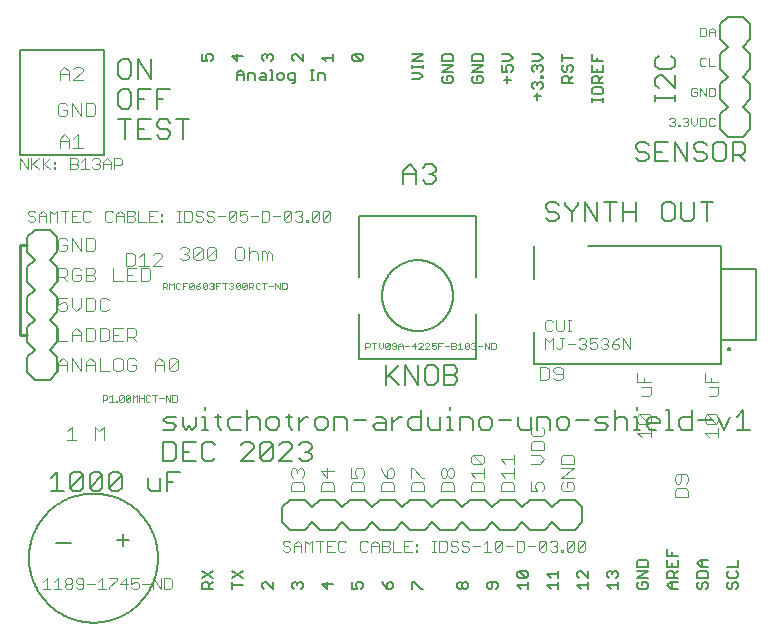
<source format=gto>
G04 EAGLE Gerber RS-274X export*
G75*
%MOMM*%
%FSLAX34Y34*%
%LPD*%
%INTop Silkscreen*%
%IPPOS*%
%AMOC8*
5,1,8,0,0,1.08239X$1,22.5*%
G01*
%ADD10C,0.152400*%
%ADD11C,0.101600*%
%ADD12C,0.076200*%
%ADD13C,0.254000*%
%ADD14C,0.050800*%
%ADD15C,0.203200*%
%ADD16C,0.127000*%
%ADD17C,0.200000*%


D10*
X560578Y451612D02*
X560578Y457035D01*
X560578Y454324D02*
X544308Y454324D01*
X544308Y457035D02*
X544308Y451612D01*
X560578Y462526D02*
X560578Y473373D01*
X560578Y462526D02*
X549731Y473373D01*
X547020Y473373D01*
X544308Y470661D01*
X544308Y465238D01*
X547020Y462526D01*
X544308Y487033D02*
X547020Y489745D01*
X544308Y487033D02*
X544308Y481610D01*
X547020Y478898D01*
X557866Y478898D01*
X560578Y481610D01*
X560578Y487033D01*
X557866Y489745D01*
D11*
X143427Y328432D02*
X141478Y326483D01*
X143427Y328432D02*
X147325Y328432D01*
X149274Y326483D01*
X149274Y324534D01*
X147325Y322585D01*
X145376Y322585D01*
X147325Y322585D02*
X149274Y320636D01*
X149274Y318687D01*
X147325Y316738D01*
X143427Y316738D01*
X141478Y318687D01*
X153172Y318687D02*
X153172Y326483D01*
X155121Y328432D01*
X159019Y328432D01*
X160968Y326483D01*
X160968Y318687D01*
X159019Y316738D01*
X155121Y316738D01*
X153172Y318687D01*
X160968Y326483D01*
X164866Y326483D02*
X164866Y318687D01*
X164866Y326483D02*
X166815Y328432D01*
X170713Y328432D01*
X172662Y326483D01*
X172662Y318687D01*
X170713Y316738D01*
X166815Y316738D01*
X164866Y318687D01*
X172662Y326483D01*
X190203Y328432D02*
X194101Y328432D01*
X190203Y328432D02*
X188254Y326483D01*
X188254Y318687D01*
X190203Y316738D01*
X194101Y316738D01*
X196050Y318687D01*
X196050Y326483D01*
X194101Y328432D01*
X199948Y328432D02*
X199948Y316738D01*
X199948Y322585D02*
X201897Y324534D01*
X205795Y324534D01*
X207744Y322585D01*
X207744Y316738D01*
X211642Y316738D02*
X211642Y324534D01*
X213591Y324534D01*
X215540Y322585D01*
X215540Y316738D01*
X215540Y322585D02*
X217489Y324534D01*
X219438Y322585D01*
X219438Y316738D01*
D12*
X455934Y266327D02*
X457502Y264759D01*
X455934Y266327D02*
X452799Y266327D01*
X451231Y264759D01*
X451231Y258489D01*
X452799Y256921D01*
X455934Y256921D01*
X457502Y258489D01*
X460586Y258489D02*
X460586Y266327D01*
X460586Y258489D02*
X462154Y256921D01*
X465289Y256921D01*
X466857Y258489D01*
X466857Y266327D01*
X469941Y256921D02*
X473077Y256921D01*
X471509Y256921D02*
X471509Y266327D01*
X469941Y266327D02*
X473077Y266327D01*
X451231Y251087D02*
X451231Y241681D01*
X454366Y247952D02*
X451231Y251087D01*
X454366Y247952D02*
X457502Y251087D01*
X457502Y241681D01*
X460586Y243249D02*
X462154Y241681D01*
X463722Y241681D01*
X465289Y243249D01*
X465289Y251087D01*
X463722Y251087D02*
X466857Y251087D01*
X469941Y246384D02*
X476212Y246384D01*
X479297Y249519D02*
X480864Y251087D01*
X484000Y251087D01*
X485567Y249519D01*
X485567Y247952D01*
X484000Y246384D01*
X482432Y246384D01*
X484000Y246384D02*
X485567Y244816D01*
X485567Y243249D01*
X484000Y241681D01*
X480864Y241681D01*
X479297Y243249D01*
X488652Y251087D02*
X494922Y251087D01*
X488652Y251087D02*
X488652Y246384D01*
X491787Y247952D01*
X493355Y247952D01*
X494922Y246384D01*
X494922Y243249D01*
X493355Y241681D01*
X490219Y241681D01*
X488652Y243249D01*
X498007Y249519D02*
X499575Y251087D01*
X502710Y251087D01*
X504278Y249519D01*
X504278Y247952D01*
X502710Y246384D01*
X501142Y246384D01*
X502710Y246384D02*
X504278Y244816D01*
X504278Y243249D01*
X502710Y241681D01*
X499575Y241681D01*
X498007Y243249D01*
X510497Y249519D02*
X513633Y251087D01*
X510497Y249519D02*
X507362Y246384D01*
X507362Y243249D01*
X508930Y241681D01*
X512065Y241681D01*
X513633Y243249D01*
X513633Y244816D01*
X512065Y246384D01*
X507362Y246384D01*
X516717Y241681D02*
X516717Y251087D01*
X522988Y241681D01*
X522988Y251087D01*
D10*
X462459Y363570D02*
X459747Y366282D01*
X454324Y366282D01*
X451612Y363570D01*
X451612Y360859D01*
X454324Y358147D01*
X459747Y358147D01*
X462459Y355435D01*
X462459Y352724D01*
X459747Y350012D01*
X454324Y350012D01*
X451612Y352724D01*
X467984Y363570D02*
X467984Y366282D01*
X467984Y363570D02*
X473407Y358147D01*
X478830Y363570D01*
X478830Y366282D01*
X473407Y358147D02*
X473407Y350012D01*
X484355Y350012D02*
X484355Y366282D01*
X495202Y350012D01*
X495202Y366282D01*
X506150Y366282D02*
X506150Y350012D01*
X500727Y366282D02*
X511573Y366282D01*
X517098Y366282D02*
X517098Y350012D01*
X517098Y358147D02*
X527945Y358147D01*
X527945Y366282D02*
X527945Y350012D01*
X552553Y366282D02*
X557976Y366282D01*
X552553Y366282D02*
X549841Y363570D01*
X549841Y352724D01*
X552553Y350012D01*
X557976Y350012D01*
X560688Y352724D01*
X560688Y363570D01*
X557976Y366282D01*
X566213Y366282D02*
X566213Y352724D01*
X568925Y350012D01*
X574348Y350012D01*
X577060Y352724D01*
X577060Y366282D01*
X588008Y366282D02*
X588008Y350012D01*
X582585Y366282D02*
X593431Y366282D01*
X97797Y486932D02*
X92374Y486932D01*
X89662Y484220D01*
X89662Y473374D01*
X92374Y470662D01*
X97797Y470662D01*
X100509Y473374D01*
X100509Y484220D01*
X97797Y486932D01*
X106034Y486932D02*
X106034Y470662D01*
X116880Y470662D02*
X106034Y486932D01*
X116880Y486932D02*
X116880Y470662D01*
X97797Y461532D02*
X92374Y461532D01*
X89662Y458820D01*
X89662Y447974D01*
X92374Y445262D01*
X97797Y445262D01*
X100509Y447974D01*
X100509Y458820D01*
X97797Y461532D01*
X106034Y461532D02*
X106034Y445262D01*
X106034Y461532D02*
X116880Y461532D01*
X111457Y453397D02*
X106034Y453397D01*
X122405Y445262D02*
X122405Y461532D01*
X133252Y461532D01*
X127828Y453397D02*
X122405Y453397D01*
X95085Y436132D02*
X95085Y419862D01*
X89662Y436132D02*
X100509Y436132D01*
X106034Y436132D02*
X116880Y436132D01*
X106034Y436132D02*
X106034Y419862D01*
X116880Y419862D01*
X111457Y427997D02*
X106034Y427997D01*
X130540Y436132D02*
X133252Y433420D01*
X130540Y436132D02*
X125117Y436132D01*
X122405Y433420D01*
X122405Y430709D01*
X125117Y427997D01*
X130540Y427997D01*
X133252Y425285D01*
X133252Y422574D01*
X130540Y419862D01*
X125117Y419862D01*
X122405Y422574D01*
X144200Y419862D02*
X144200Y436132D01*
X138777Y436132D02*
X149623Y436132D01*
D11*
X46404Y334103D02*
X44455Y336052D01*
X40557Y336052D01*
X38608Y334103D01*
X38608Y326307D01*
X40557Y324358D01*
X44455Y324358D01*
X46404Y326307D01*
X46404Y330205D01*
X42506Y330205D01*
X50302Y324358D02*
X50302Y336052D01*
X58098Y324358D01*
X58098Y336052D01*
X61996Y336052D02*
X61996Y324358D01*
X67843Y324358D01*
X69792Y326307D01*
X69792Y334103D01*
X67843Y336052D01*
X61996Y336052D01*
X38608Y230554D02*
X38608Y222758D01*
X38608Y230554D02*
X42506Y234452D01*
X46404Y230554D01*
X46404Y222758D01*
X46404Y228605D02*
X38608Y228605D01*
X50302Y222758D02*
X50302Y234452D01*
X58098Y222758D01*
X58098Y234452D01*
X61996Y230554D02*
X61996Y222758D01*
X61996Y230554D02*
X65894Y234452D01*
X69792Y230554D01*
X69792Y222758D01*
X69792Y228605D02*
X61996Y228605D01*
X73690Y234452D02*
X73690Y222758D01*
X81486Y222758D01*
X87333Y234452D02*
X91231Y234452D01*
X87333Y234452D02*
X85384Y232503D01*
X85384Y224707D01*
X87333Y222758D01*
X91231Y222758D01*
X93180Y224707D01*
X93180Y232503D01*
X91231Y234452D01*
X102925Y234452D02*
X104874Y232503D01*
X102925Y234452D02*
X99027Y234452D01*
X97078Y232503D01*
X97078Y224707D01*
X99027Y222758D01*
X102925Y222758D01*
X104874Y224707D01*
X104874Y228605D01*
X100976Y228605D01*
X120466Y230554D02*
X120466Y222758D01*
X120466Y230554D02*
X124364Y234452D01*
X128262Y230554D01*
X128262Y222758D01*
X128262Y228605D02*
X120466Y228605D01*
X132160Y224707D02*
X132160Y232503D01*
X134109Y234452D01*
X138007Y234452D01*
X139956Y232503D01*
X139956Y224707D01*
X138007Y222758D01*
X134109Y222758D01*
X132160Y224707D01*
X139956Y232503D01*
X38608Y248158D02*
X38608Y259852D01*
X38608Y248158D02*
X46404Y248158D01*
X50302Y248158D02*
X50302Y255954D01*
X54200Y259852D01*
X58098Y255954D01*
X58098Y248158D01*
X58098Y254005D02*
X50302Y254005D01*
X61996Y259852D02*
X61996Y248158D01*
X67843Y248158D01*
X69792Y250107D01*
X69792Y257903D01*
X67843Y259852D01*
X61996Y259852D01*
X73690Y259852D02*
X73690Y248158D01*
X79537Y248158D01*
X81486Y250107D01*
X81486Y257903D01*
X79537Y259852D01*
X73690Y259852D01*
X85384Y259852D02*
X93180Y259852D01*
X85384Y259852D02*
X85384Y248158D01*
X93180Y248158D01*
X89282Y254005D02*
X85384Y254005D01*
X97078Y248158D02*
X97078Y259852D01*
X102925Y259852D01*
X104874Y257903D01*
X104874Y254005D01*
X102925Y252056D01*
X97078Y252056D01*
X100976Y252056D02*
X104874Y248158D01*
X46404Y285252D02*
X38608Y285252D01*
X38608Y279405D01*
X42506Y281354D01*
X44455Y281354D01*
X46404Y279405D01*
X46404Y275507D01*
X44455Y273558D01*
X40557Y273558D01*
X38608Y275507D01*
X50302Y277456D02*
X50302Y285252D01*
X50302Y277456D02*
X54200Y273558D01*
X58098Y277456D01*
X58098Y285252D01*
X61996Y285252D02*
X61996Y273558D01*
X67843Y273558D01*
X69792Y275507D01*
X69792Y283303D01*
X67843Y285252D01*
X61996Y285252D01*
X79537Y285252D02*
X81486Y283303D01*
X79537Y285252D02*
X75639Y285252D01*
X73690Y283303D01*
X73690Y275507D01*
X75639Y273558D01*
X79537Y273558D01*
X81486Y275507D01*
X38608Y298958D02*
X38608Y310652D01*
X44455Y310652D01*
X46404Y308703D01*
X46404Y304805D01*
X44455Y302856D01*
X38608Y302856D01*
X42506Y302856D02*
X46404Y298958D01*
X58098Y308703D02*
X56149Y310652D01*
X52251Y310652D01*
X50302Y308703D01*
X50302Y300907D01*
X52251Y298958D01*
X56149Y298958D01*
X58098Y300907D01*
X58098Y304805D01*
X54200Y304805D01*
X61996Y298958D02*
X61996Y310652D01*
X67843Y310652D01*
X69792Y308703D01*
X69792Y306754D01*
X67843Y304805D01*
X69792Y302856D01*
X69792Y300907D01*
X67843Y298958D01*
X61996Y298958D01*
X61996Y304805D02*
X67843Y304805D01*
X85384Y310652D02*
X85384Y298958D01*
X93180Y298958D01*
X97078Y310652D02*
X104874Y310652D01*
X97078Y310652D02*
X97078Y298958D01*
X104874Y298958D01*
X100976Y304805D02*
X97078Y304805D01*
X108772Y310652D02*
X108772Y298958D01*
X114619Y298958D01*
X116568Y300907D01*
X116568Y308703D01*
X114619Y310652D01*
X108772Y310652D01*
D10*
X330962Y381762D02*
X330962Y392609D01*
X336385Y398032D01*
X341809Y392609D01*
X341809Y381762D01*
X341809Y389897D02*
X330962Y389897D01*
X347334Y395320D02*
X350045Y398032D01*
X355469Y398032D01*
X358180Y395320D01*
X358180Y392609D01*
X355469Y389897D01*
X352757Y389897D01*
X355469Y389897D02*
X358180Y387185D01*
X358180Y384474D01*
X355469Y381762D01*
X350045Y381762D01*
X347334Y384474D01*
D11*
X465997Y128954D02*
X464048Y127005D01*
X464048Y123107D01*
X465997Y121158D01*
X473793Y121158D01*
X475742Y123107D01*
X475742Y127005D01*
X473793Y128954D01*
X469895Y128954D01*
X469895Y125056D01*
X475742Y132852D02*
X464048Y132852D01*
X475742Y140648D01*
X464048Y140648D01*
X464048Y144546D02*
X475742Y144546D01*
X475742Y150393D01*
X473793Y152342D01*
X465997Y152342D01*
X464048Y150393D01*
X464048Y144546D01*
X438648Y128954D02*
X438648Y121158D01*
X444495Y121158D01*
X442546Y125056D01*
X442546Y127005D01*
X444495Y128954D01*
X448393Y128954D01*
X450342Y127005D01*
X450342Y123107D01*
X448393Y121158D01*
X446444Y144546D02*
X438648Y144546D01*
X446444Y144546D02*
X450342Y148444D01*
X446444Y152342D01*
X438648Y152342D01*
X438648Y156240D02*
X450342Y156240D01*
X450342Y162087D01*
X448393Y164036D01*
X440597Y164036D01*
X438648Y162087D01*
X438648Y156240D01*
X438648Y173781D02*
X440597Y175730D01*
X438648Y173781D02*
X438648Y169883D01*
X440597Y167934D01*
X448393Y167934D01*
X450342Y169883D01*
X450342Y173781D01*
X448393Y175730D01*
X424942Y121158D02*
X413248Y121158D01*
X424942Y121158D02*
X424942Y127005D01*
X422993Y128954D01*
X415197Y128954D01*
X413248Y127005D01*
X413248Y121158D01*
X417146Y132852D02*
X413248Y136750D01*
X424942Y136750D01*
X424942Y132852D02*
X424942Y140648D01*
X417146Y144546D02*
X413248Y148444D01*
X424942Y148444D01*
X424942Y144546D02*
X424942Y152342D01*
X399542Y121158D02*
X387848Y121158D01*
X399542Y121158D02*
X399542Y127005D01*
X397593Y128954D01*
X389797Y128954D01*
X387848Y127005D01*
X387848Y121158D01*
X391746Y132852D02*
X387848Y136750D01*
X399542Y136750D01*
X399542Y132852D02*
X399542Y140648D01*
X397593Y144546D02*
X389797Y144546D01*
X387848Y146495D01*
X387848Y150393D01*
X389797Y152342D01*
X397593Y152342D01*
X399542Y150393D01*
X399542Y146495D01*
X397593Y144546D01*
X389797Y152342D01*
X374142Y121158D02*
X362448Y121158D01*
X374142Y121158D02*
X374142Y127005D01*
X372193Y128954D01*
X364397Y128954D01*
X362448Y127005D01*
X362448Y121158D01*
X364397Y132852D02*
X362448Y134801D01*
X362448Y138699D01*
X364397Y140648D01*
X366346Y140648D01*
X368295Y138699D01*
X370244Y140648D01*
X372193Y140648D01*
X374142Y138699D01*
X374142Y134801D01*
X372193Y132852D01*
X370244Y132852D01*
X368295Y134801D01*
X366346Y132852D01*
X364397Y132852D01*
X368295Y134801D02*
X368295Y138699D01*
X348742Y121158D02*
X337048Y121158D01*
X348742Y121158D02*
X348742Y127005D01*
X346793Y128954D01*
X338997Y128954D01*
X337048Y127005D01*
X337048Y121158D01*
X337048Y132852D02*
X337048Y140648D01*
X338997Y140648D01*
X346793Y132852D01*
X348742Y132852D01*
X323342Y121158D02*
X311648Y121158D01*
X323342Y121158D02*
X323342Y127005D01*
X321393Y128954D01*
X313597Y128954D01*
X311648Y127005D01*
X311648Y121158D01*
X313597Y136750D02*
X311648Y140648D01*
X313597Y136750D02*
X317495Y132852D01*
X321393Y132852D01*
X323342Y134801D01*
X323342Y138699D01*
X321393Y140648D01*
X319444Y140648D01*
X317495Y138699D01*
X317495Y132852D01*
X297942Y121158D02*
X286248Y121158D01*
X297942Y121158D02*
X297942Y127005D01*
X295993Y128954D01*
X288197Y128954D01*
X286248Y127005D01*
X286248Y121158D01*
X286248Y132852D02*
X286248Y140648D01*
X286248Y132852D02*
X292095Y132852D01*
X290146Y136750D01*
X290146Y138699D01*
X292095Y140648D01*
X295993Y140648D01*
X297942Y138699D01*
X297942Y134801D01*
X295993Y132852D01*
X272542Y121158D02*
X260848Y121158D01*
X272542Y121158D02*
X272542Y127005D01*
X270593Y128954D01*
X262797Y128954D01*
X260848Y127005D01*
X260848Y121158D01*
X260848Y138699D02*
X272542Y138699D01*
X266695Y132852D02*
X260848Y138699D01*
X266695Y140648D02*
X266695Y132852D01*
X247142Y121158D02*
X235448Y121158D01*
X247142Y121158D02*
X247142Y127005D01*
X245193Y128954D01*
X237397Y128954D01*
X235448Y127005D01*
X235448Y121158D01*
X237397Y132852D02*
X235448Y134801D01*
X235448Y138699D01*
X237397Y140648D01*
X239346Y140648D01*
X241295Y138699D01*
X241295Y136750D01*
X241295Y138699D02*
X243244Y140648D01*
X245193Y140648D01*
X247142Y138699D01*
X247142Y134801D01*
X245193Y132852D01*
D12*
X582313Y506603D02*
X582313Y513975D01*
X582313Y506603D02*
X585999Y506603D01*
X587228Y507832D01*
X587228Y512747D01*
X585999Y513975D01*
X582313Y513975D01*
X589797Y511518D02*
X589797Y506603D01*
X589797Y511518D02*
X592254Y513975D01*
X594712Y511518D01*
X594712Y506603D01*
X594712Y510289D02*
X589797Y510289D01*
X585999Y488575D02*
X587228Y487347D01*
X585999Y488575D02*
X583541Y488575D01*
X582313Y487347D01*
X582313Y482432D01*
X583541Y481203D01*
X585999Y481203D01*
X587228Y482432D01*
X589797Y481203D02*
X589797Y488575D01*
X589797Y481203D02*
X594712Y481203D01*
X578515Y463175D02*
X579743Y461947D01*
X578515Y463175D02*
X576057Y463175D01*
X574829Y461947D01*
X574829Y457032D01*
X576057Y455803D01*
X578515Y455803D01*
X579743Y457032D01*
X579743Y459489D01*
X577286Y459489D01*
X582313Y455803D02*
X582313Y463175D01*
X587228Y455803D01*
X587228Y463175D01*
X589797Y463175D02*
X589797Y455803D01*
X593483Y455803D01*
X594712Y457032D01*
X594712Y461947D01*
X593483Y463175D01*
X589797Y463175D01*
X557347Y437775D02*
X556118Y436547D01*
X557347Y437775D02*
X559804Y437775D01*
X561033Y436547D01*
X561033Y435318D01*
X559804Y434089D01*
X558576Y434089D01*
X559804Y434089D02*
X561033Y432860D01*
X561033Y431632D01*
X559804Y430403D01*
X557347Y430403D01*
X556118Y431632D01*
X563602Y431632D02*
X563602Y430403D01*
X563602Y431632D02*
X564831Y431632D01*
X564831Y430403D01*
X563602Y430403D01*
X567344Y436547D02*
X568573Y437775D01*
X571031Y437775D01*
X572259Y436547D01*
X572259Y435318D01*
X571031Y434089D01*
X569802Y434089D01*
X571031Y434089D02*
X572259Y432860D01*
X572259Y431632D01*
X571031Y430403D01*
X568573Y430403D01*
X567344Y431632D01*
X574829Y432860D02*
X574829Y437775D01*
X574829Y432860D02*
X577286Y430403D01*
X579743Y432860D01*
X579743Y437775D01*
X582313Y437775D02*
X582313Y430403D01*
X585999Y430403D01*
X587228Y431632D01*
X587228Y436547D01*
X585999Y437775D01*
X582313Y437775D01*
X593483Y437775D02*
X594712Y436547D01*
X593483Y437775D02*
X591026Y437775D01*
X589797Y436547D01*
X589797Y431632D01*
X591026Y430403D01*
X593483Y430403D01*
X594712Y431632D01*
D10*
X37935Y137682D02*
X32512Y132259D01*
X37935Y137682D02*
X37935Y121412D01*
X32512Y121412D02*
X43359Y121412D01*
X48884Y124124D02*
X48884Y134970D01*
X51595Y137682D01*
X57019Y137682D01*
X59730Y134970D01*
X59730Y124124D01*
X57019Y121412D01*
X51595Y121412D01*
X48884Y124124D01*
X59730Y134970D01*
X65255Y134970D02*
X65255Y124124D01*
X65255Y134970D02*
X67967Y137682D01*
X73390Y137682D01*
X76102Y134970D01*
X76102Y124124D01*
X73390Y121412D01*
X67967Y121412D01*
X65255Y124124D01*
X76102Y134970D01*
X81627Y134970D02*
X81627Y124124D01*
X81627Y134970D02*
X84338Y137682D01*
X89762Y137682D01*
X92473Y134970D01*
X92473Y124124D01*
X89762Y121412D01*
X84338Y121412D01*
X81627Y124124D01*
X92473Y134970D01*
X114370Y132259D02*
X114370Y124124D01*
X117081Y121412D01*
X125216Y121412D01*
X125216Y132259D01*
X130741Y137682D02*
X130741Y121412D01*
X130741Y137682D02*
X141588Y137682D01*
X136165Y129547D02*
X130741Y129547D01*
D11*
X39878Y469138D02*
X39878Y476934D01*
X43776Y480832D01*
X47674Y476934D01*
X47674Y469138D01*
X47674Y474985D02*
X39878Y474985D01*
X51572Y469138D02*
X59368Y469138D01*
X51572Y469138D02*
X59368Y476934D01*
X59368Y478883D01*
X57419Y480832D01*
X53521Y480832D01*
X51572Y478883D01*
X39878Y419784D02*
X39878Y411988D01*
X39878Y419784D02*
X43776Y423682D01*
X47674Y419784D01*
X47674Y411988D01*
X47674Y417835D02*
X39878Y417835D01*
X51572Y419784D02*
X55470Y423682D01*
X55470Y411988D01*
X51572Y411988D02*
X59368Y411988D01*
X46404Y448403D02*
X44455Y450352D01*
X40557Y450352D01*
X38608Y448403D01*
X38608Y440607D01*
X40557Y438658D01*
X44455Y438658D01*
X46404Y440607D01*
X46404Y444505D01*
X42506Y444505D01*
X50302Y438658D02*
X50302Y450352D01*
X58098Y438658D01*
X58098Y450352D01*
X61996Y450352D02*
X61996Y438658D01*
X67843Y438658D01*
X69792Y440607D01*
X69792Y448403D01*
X67843Y450352D01*
X61996Y450352D01*
X446278Y226832D02*
X446278Y215138D01*
X452125Y215138D01*
X454074Y217087D01*
X454074Y224883D01*
X452125Y226832D01*
X446278Y226832D01*
X457972Y217087D02*
X459921Y215138D01*
X463819Y215138D01*
X465768Y217087D01*
X465768Y224883D01*
X463819Y226832D01*
X459921Y226832D01*
X457972Y224883D01*
X457972Y222934D01*
X459921Y220985D01*
X465768Y220985D01*
X585968Y170776D02*
X589866Y166878D01*
X585968Y170776D02*
X597662Y170776D01*
X597662Y166878D02*
X597662Y174674D01*
X595713Y178572D02*
X587917Y178572D01*
X585968Y180521D01*
X585968Y184419D01*
X587917Y186368D01*
X595713Y186368D01*
X597662Y184419D01*
X597662Y180521D01*
X595713Y178572D01*
X587917Y186368D01*
X589866Y201960D02*
X595713Y201960D01*
X597662Y203909D01*
X597662Y209756D01*
X589866Y209756D01*
X585968Y213654D02*
X597662Y213654D01*
X585968Y213654D02*
X585968Y221450D01*
X591815Y217552D02*
X591815Y213654D01*
X532716Y166878D02*
X528818Y170776D01*
X540512Y170776D01*
X540512Y166878D02*
X540512Y174674D01*
X538563Y178572D02*
X530767Y178572D01*
X528818Y180521D01*
X528818Y184419D01*
X530767Y186368D01*
X538563Y186368D01*
X540512Y184419D01*
X540512Y180521D01*
X538563Y178572D01*
X530767Y186368D01*
X532716Y201960D02*
X538563Y201960D01*
X540512Y203909D01*
X540512Y209756D01*
X532716Y209756D01*
X528818Y213654D02*
X540512Y213654D01*
X528818Y213654D02*
X528818Y221450D01*
X534665Y217552D02*
X534665Y213654D01*
X95758Y311658D02*
X95758Y323352D01*
X95758Y311658D02*
X101605Y311658D01*
X103554Y313607D01*
X103554Y321403D01*
X101605Y323352D01*
X95758Y323352D01*
X107452Y319454D02*
X111350Y323352D01*
X111350Y311658D01*
X107452Y311658D02*
X115248Y311658D01*
X119146Y311658D02*
X126942Y311658D01*
X119146Y311658D02*
X126942Y319454D01*
X126942Y321403D01*
X124993Y323352D01*
X121095Y323352D01*
X119146Y321403D01*
D10*
X535947Y417082D02*
X538659Y414370D01*
X535947Y417082D02*
X530524Y417082D01*
X527812Y414370D01*
X527812Y411659D01*
X530524Y408947D01*
X535947Y408947D01*
X538659Y406235D01*
X538659Y403524D01*
X535947Y400812D01*
X530524Y400812D01*
X527812Y403524D01*
X544184Y417082D02*
X555030Y417082D01*
X544184Y417082D02*
X544184Y400812D01*
X555030Y400812D01*
X549607Y408947D02*
X544184Y408947D01*
X560555Y400812D02*
X560555Y417082D01*
X571402Y400812D01*
X571402Y417082D01*
X585062Y417082D02*
X587773Y414370D01*
X585062Y417082D02*
X579638Y417082D01*
X576927Y414370D01*
X576927Y411659D01*
X579638Y408947D01*
X585062Y408947D01*
X587773Y406235D01*
X587773Y403524D01*
X585062Y400812D01*
X579638Y400812D01*
X576927Y403524D01*
X596010Y417082D02*
X601433Y417082D01*
X596010Y417082D02*
X593298Y414370D01*
X593298Y403524D01*
X596010Y400812D01*
X601433Y400812D01*
X604145Y403524D01*
X604145Y414370D01*
X601433Y417082D01*
X609670Y417082D02*
X609670Y400812D01*
X609670Y417082D02*
X617805Y417082D01*
X620516Y414370D01*
X620516Y408947D01*
X617805Y406235D01*
X609670Y406235D01*
X615093Y406235D02*
X620516Y400812D01*
X316276Y227852D02*
X316276Y211582D01*
X316276Y217005D02*
X327122Y227852D01*
X318987Y219717D02*
X327122Y211582D01*
X332647Y211582D02*
X332647Y227852D01*
X343494Y211582D01*
X343494Y227852D01*
X351730Y227852D02*
X357154Y227852D01*
X351730Y227852D02*
X349019Y225140D01*
X349019Y214294D01*
X351730Y211582D01*
X357154Y211582D01*
X359865Y214294D01*
X359865Y225140D01*
X357154Y227852D01*
X365390Y227852D02*
X365390Y211582D01*
X365390Y227852D02*
X373525Y227852D01*
X376237Y225140D01*
X376237Y222429D01*
X373525Y219717D01*
X376237Y217005D01*
X376237Y214294D01*
X373525Y211582D01*
X365390Y211582D01*
X365390Y219717D02*
X373525Y219717D01*
X135897Y173482D02*
X127762Y173482D01*
X135897Y173482D02*
X138609Y176194D01*
X135897Y178905D01*
X130474Y178905D01*
X127762Y181617D01*
X130474Y184329D01*
X138609Y184329D01*
X144134Y184329D02*
X144134Y176194D01*
X146845Y173482D01*
X149557Y176194D01*
X152269Y173482D01*
X154980Y176194D01*
X154980Y184329D01*
X160505Y184329D02*
X163217Y184329D01*
X163217Y173482D01*
X165928Y173482D02*
X160505Y173482D01*
X163217Y189752D02*
X163217Y192464D01*
X174131Y187040D02*
X174131Y176194D01*
X176843Y173482D01*
X176843Y184329D02*
X171420Y184329D01*
X185046Y184329D02*
X193180Y184329D01*
X185046Y184329D02*
X182334Y181617D01*
X182334Y176194D01*
X185046Y173482D01*
X193180Y173482D01*
X198705Y173482D02*
X198705Y189752D01*
X201417Y184329D02*
X198705Y181617D01*
X201417Y184329D02*
X206840Y184329D01*
X209552Y181617D01*
X209552Y173482D01*
X217789Y173482D02*
X223212Y173482D01*
X225924Y176194D01*
X225924Y181617D01*
X223212Y184329D01*
X217789Y184329D01*
X215077Y181617D01*
X215077Y176194D01*
X217789Y173482D01*
X234160Y176194D02*
X234160Y187040D01*
X234160Y176194D02*
X236872Y173482D01*
X236872Y184329D02*
X231449Y184329D01*
X242363Y184329D02*
X242363Y173482D01*
X242363Y178905D02*
X247786Y184329D01*
X250498Y184329D01*
X258718Y173482D02*
X264141Y173482D01*
X266853Y176194D01*
X266853Y181617D01*
X264141Y184329D01*
X258718Y184329D01*
X256006Y181617D01*
X256006Y176194D01*
X258718Y173482D01*
X272377Y173482D02*
X272377Y184329D01*
X280512Y184329D01*
X283224Y181617D01*
X283224Y173482D01*
X288749Y181617D02*
X299596Y181617D01*
X307832Y184329D02*
X313256Y184329D01*
X315967Y181617D01*
X315967Y173482D01*
X307832Y173482D01*
X305121Y176194D01*
X307832Y178905D01*
X315967Y178905D01*
X321492Y173482D02*
X321492Y184329D01*
X326915Y184329D02*
X321492Y178905D01*
X326915Y184329D02*
X329627Y184329D01*
X345982Y189752D02*
X345982Y173482D01*
X337847Y173482D01*
X335135Y176194D01*
X335135Y181617D01*
X337847Y184329D01*
X345982Y184329D01*
X351507Y184329D02*
X351507Y176194D01*
X354218Y173482D01*
X362353Y173482D01*
X362353Y184329D01*
X367878Y184329D02*
X370590Y184329D01*
X370590Y173482D01*
X367878Y173482D02*
X373302Y173482D01*
X370590Y189752D02*
X370590Y192464D01*
X378793Y184329D02*
X378793Y173482D01*
X378793Y184329D02*
X386928Y184329D01*
X389639Y181617D01*
X389639Y173482D01*
X397876Y173482D02*
X403299Y173482D01*
X406011Y176194D01*
X406011Y181617D01*
X403299Y184329D01*
X397876Y184329D01*
X395164Y181617D01*
X395164Y176194D01*
X397876Y173482D01*
X411536Y181617D02*
X422382Y181617D01*
X427907Y184329D02*
X427907Y176194D01*
X430619Y173482D01*
X438754Y173482D01*
X438754Y184329D01*
X444279Y184329D02*
X444279Y173482D01*
X444279Y184329D02*
X452414Y184329D01*
X455125Y181617D01*
X455125Y173482D01*
X463362Y173482D02*
X468785Y173482D01*
X471497Y176194D01*
X471497Y181617D01*
X468785Y184329D01*
X463362Y184329D01*
X460650Y181617D01*
X460650Y176194D01*
X463362Y173482D01*
X477022Y181617D02*
X487869Y181617D01*
X493394Y173482D02*
X501529Y173482D01*
X504240Y176194D01*
X501529Y178905D01*
X496105Y178905D01*
X493394Y181617D01*
X496105Y184329D01*
X504240Y184329D01*
X509765Y189752D02*
X509765Y173482D01*
X509765Y181617D02*
X512477Y184329D01*
X517900Y184329D01*
X520612Y181617D01*
X520612Y173482D01*
X526137Y184329D02*
X528848Y184329D01*
X528848Y173482D01*
X526137Y173482D02*
X531560Y173482D01*
X528848Y189752D02*
X528848Y192464D01*
X539763Y173482D02*
X545186Y173482D01*
X539763Y173482D02*
X537051Y176194D01*
X537051Y181617D01*
X539763Y184329D01*
X545186Y184329D01*
X547898Y181617D01*
X547898Y178905D01*
X537051Y178905D01*
X553423Y189752D02*
X556134Y189752D01*
X556134Y173482D01*
X553423Y173482D02*
X558846Y173482D01*
X575184Y173482D02*
X575184Y189752D01*
X575184Y173482D02*
X567049Y173482D01*
X564337Y176194D01*
X564337Y181617D01*
X567049Y184329D01*
X575184Y184329D01*
X580709Y181617D02*
X591555Y181617D01*
X597080Y184329D02*
X602503Y173482D01*
X607927Y184329D01*
X613452Y184329D02*
X618875Y189752D01*
X618875Y173482D01*
X613452Y173482D02*
X624298Y173482D01*
X127762Y163082D02*
X127762Y146812D01*
X135897Y146812D01*
X138609Y149524D01*
X138609Y160370D01*
X135897Y163082D01*
X127762Y163082D01*
X144134Y163082D02*
X154980Y163082D01*
X144134Y163082D02*
X144134Y146812D01*
X154980Y146812D01*
X149557Y154947D02*
X144134Y154947D01*
X168640Y163082D02*
X171352Y160370D01*
X168640Y163082D02*
X163217Y163082D01*
X160505Y160370D01*
X160505Y149524D01*
X163217Y146812D01*
X168640Y146812D01*
X171352Y149524D01*
X193248Y146812D02*
X204095Y146812D01*
X193248Y146812D02*
X204095Y157659D01*
X204095Y160370D01*
X201383Y163082D01*
X195960Y163082D01*
X193248Y160370D01*
X209620Y160370D02*
X209620Y149524D01*
X209620Y160370D02*
X212331Y163082D01*
X217755Y163082D01*
X220466Y160370D01*
X220466Y149524D01*
X217755Y146812D01*
X212331Y146812D01*
X209620Y149524D01*
X220466Y160370D01*
X225991Y146812D02*
X236838Y146812D01*
X225991Y146812D02*
X236838Y157659D01*
X236838Y160370D01*
X234126Y163082D01*
X228703Y163082D01*
X225991Y160370D01*
X242363Y160370D02*
X245075Y163082D01*
X250498Y163082D01*
X253210Y160370D01*
X253210Y157659D01*
X250498Y154947D01*
X247786Y154947D01*
X250498Y154947D02*
X253210Y152235D01*
X253210Y149524D01*
X250498Y146812D01*
X245075Y146812D01*
X242363Y149524D01*
D11*
X50126Y176032D02*
X46228Y172134D01*
X50126Y176032D02*
X50126Y164338D01*
X46228Y164338D02*
X54024Y164338D01*
X69616Y164338D02*
X69616Y176032D01*
X73514Y172134D01*
X77412Y176032D01*
X77412Y164338D01*
X560568Y116078D02*
X572262Y116078D01*
X572262Y121925D01*
X570313Y123874D01*
X562517Y123874D01*
X560568Y121925D01*
X560568Y116078D01*
X570313Y127772D02*
X572262Y129721D01*
X572262Y133619D01*
X570313Y135568D01*
X562517Y135568D01*
X560568Y133619D01*
X560568Y129721D01*
X562517Y127772D01*
X564466Y127772D01*
X566415Y129721D01*
X566415Y135568D01*
D13*
X12700Y330200D02*
X6350Y330200D01*
X6350Y254000D01*
X12700Y254000D01*
D12*
X6731Y394081D02*
X6731Y403487D01*
X13002Y394081D01*
X13002Y403487D01*
X16086Y403487D02*
X16086Y394081D01*
X16086Y397216D02*
X22357Y403487D01*
X17654Y398784D02*
X22357Y394081D01*
X25441Y394081D02*
X25441Y403487D01*
X25441Y397216D02*
X31712Y403487D01*
X27009Y398784D02*
X31712Y394081D01*
X34797Y400352D02*
X36364Y400352D01*
X36364Y398784D01*
X34797Y398784D01*
X34797Y400352D01*
X34797Y395649D02*
X36364Y395649D01*
X36364Y394081D01*
X34797Y394081D01*
X34797Y395649D01*
X48829Y394081D02*
X48829Y403487D01*
X53532Y403487D01*
X55100Y401919D01*
X55100Y400352D01*
X53532Y398784D01*
X55100Y397216D01*
X55100Y395649D01*
X53532Y394081D01*
X48829Y394081D01*
X48829Y398784D02*
X53532Y398784D01*
X58185Y400352D02*
X61320Y403487D01*
X61320Y394081D01*
X58185Y394081D02*
X64455Y394081D01*
X67540Y401919D02*
X69107Y403487D01*
X72243Y403487D01*
X73810Y401919D01*
X73810Y400352D01*
X72243Y398784D01*
X70675Y398784D01*
X72243Y398784D02*
X73810Y397216D01*
X73810Y395649D01*
X72243Y394081D01*
X69107Y394081D01*
X67540Y395649D01*
X76895Y394081D02*
X76895Y400352D01*
X80030Y403487D01*
X83166Y400352D01*
X83166Y394081D01*
X83166Y398784D02*
X76895Y398784D01*
X86250Y394081D02*
X86250Y403487D01*
X90953Y403487D01*
X92521Y401919D01*
X92521Y398784D01*
X90953Y397216D01*
X86250Y397216D01*
X28916Y47887D02*
X25781Y44752D01*
X28916Y47887D02*
X28916Y38481D01*
X25781Y38481D02*
X32052Y38481D01*
X35136Y44752D02*
X38272Y47887D01*
X38272Y38481D01*
X41407Y38481D02*
X35136Y38481D01*
X44491Y46319D02*
X46059Y47887D01*
X49194Y47887D01*
X50762Y46319D01*
X50762Y44752D01*
X49194Y43184D01*
X50762Y41616D01*
X50762Y40049D01*
X49194Y38481D01*
X46059Y38481D01*
X44491Y40049D01*
X44491Y41616D01*
X46059Y43184D01*
X44491Y44752D01*
X44491Y46319D01*
X46059Y43184D02*
X49194Y43184D01*
X53847Y40049D02*
X55414Y38481D01*
X58550Y38481D01*
X60117Y40049D01*
X60117Y46319D01*
X58550Y47887D01*
X55414Y47887D01*
X53847Y46319D01*
X53847Y44752D01*
X55414Y43184D01*
X60117Y43184D01*
X63202Y43184D02*
X69472Y43184D01*
X72557Y44752D02*
X75692Y47887D01*
X75692Y38481D01*
X72557Y38481D02*
X78828Y38481D01*
X81912Y47887D02*
X88183Y47887D01*
X88183Y46319D01*
X81912Y40049D01*
X81912Y38481D01*
X95970Y38481D02*
X95970Y47887D01*
X91267Y43184D01*
X97538Y43184D01*
X100623Y47887D02*
X106893Y47887D01*
X100623Y47887D02*
X100623Y43184D01*
X103758Y44752D01*
X105326Y44752D01*
X106893Y43184D01*
X106893Y40049D01*
X105326Y38481D01*
X102190Y38481D01*
X100623Y40049D01*
X109978Y43184D02*
X116248Y43184D01*
X119333Y38481D02*
X119333Y47887D01*
X125604Y38481D01*
X125604Y47887D01*
X128688Y47887D02*
X128688Y38481D01*
X133391Y38481D01*
X134959Y40049D01*
X134959Y46319D01*
X133391Y47887D01*
X128688Y47887D01*
D14*
X298704Y241554D02*
X298704Y247147D01*
X301500Y247147D01*
X302433Y246215D01*
X302433Y244350D01*
X301500Y243418D01*
X298704Y243418D01*
X306181Y241554D02*
X306181Y247147D01*
X304317Y247147D02*
X308046Y247147D01*
X309930Y247147D02*
X309930Y243418D01*
X311794Y241554D01*
X313659Y243418D01*
X313659Y247147D01*
X315543Y246215D02*
X315543Y242486D01*
X315543Y246215D02*
X316475Y247147D01*
X318340Y247147D01*
X319272Y246215D01*
X319272Y242486D01*
X318340Y241554D01*
X316475Y241554D01*
X315543Y242486D01*
X319272Y246215D01*
X321156Y242486D02*
X322089Y241554D01*
X323953Y241554D01*
X324885Y242486D01*
X324885Y246215D01*
X323953Y247147D01*
X322089Y247147D01*
X321156Y246215D01*
X321156Y245283D01*
X322089Y244350D01*
X324885Y244350D01*
X326769Y245283D02*
X326769Y241554D01*
X326769Y245283D02*
X328634Y247147D01*
X330498Y245283D01*
X330498Y241554D01*
X330498Y244350D02*
X326769Y244350D01*
X332383Y244350D02*
X336111Y244350D01*
X340792Y241554D02*
X340792Y247147D01*
X337996Y244350D01*
X341724Y244350D01*
X343609Y241554D02*
X347337Y241554D01*
X343609Y241554D02*
X347337Y245283D01*
X347337Y246215D01*
X346405Y247147D01*
X344541Y247147D01*
X343609Y246215D01*
X349222Y241554D02*
X352950Y241554D01*
X349222Y241554D02*
X352950Y245283D01*
X352950Y246215D01*
X352018Y247147D01*
X350154Y247147D01*
X349222Y246215D01*
X354835Y247147D02*
X358563Y247147D01*
X354835Y247147D02*
X354835Y244350D01*
X356699Y245283D01*
X357631Y245283D01*
X358563Y244350D01*
X358563Y242486D01*
X357631Y241554D01*
X355767Y241554D01*
X354835Y242486D01*
X360448Y241554D02*
X360448Y247147D01*
X364177Y247147D01*
X362312Y244350D02*
X360448Y244350D01*
X366061Y244350D02*
X369790Y244350D01*
X371674Y241554D02*
X371674Y247147D01*
X374471Y247147D01*
X375403Y246215D01*
X375403Y245283D01*
X374471Y244350D01*
X375403Y243418D01*
X375403Y242486D01*
X374471Y241554D01*
X371674Y241554D01*
X371674Y244350D02*
X374471Y244350D01*
X377287Y245283D02*
X379152Y247147D01*
X379152Y241554D01*
X381016Y241554D02*
X377287Y241554D01*
X382900Y242486D02*
X382900Y246215D01*
X383833Y247147D01*
X385697Y247147D01*
X386629Y246215D01*
X386629Y242486D01*
X385697Y241554D01*
X383833Y241554D01*
X382900Y242486D01*
X386629Y246215D01*
X388514Y246215D02*
X389446Y247147D01*
X391310Y247147D01*
X392242Y246215D01*
X392242Y245283D01*
X391310Y244350D01*
X390378Y244350D01*
X391310Y244350D02*
X392242Y243418D01*
X392242Y242486D01*
X391310Y241554D01*
X389446Y241554D01*
X388514Y242486D01*
X394127Y244350D02*
X397855Y244350D01*
X399740Y241554D02*
X399740Y247147D01*
X403468Y241554D01*
X403468Y247147D01*
X405353Y247147D02*
X405353Y241554D01*
X408149Y241554D01*
X409081Y242486D01*
X409081Y246215D01*
X408149Y247147D01*
X405353Y247147D01*
D12*
X235252Y78069D02*
X233684Y79637D01*
X230549Y79637D01*
X228981Y78069D01*
X228981Y76502D01*
X230549Y74934D01*
X233684Y74934D01*
X235252Y73366D01*
X235252Y71799D01*
X233684Y70231D01*
X230549Y70231D01*
X228981Y71799D01*
X238336Y70231D02*
X238336Y76502D01*
X241472Y79637D01*
X244607Y76502D01*
X244607Y70231D01*
X244607Y74934D02*
X238336Y74934D01*
X247691Y70231D02*
X247691Y79637D01*
X250827Y76502D01*
X253962Y79637D01*
X253962Y70231D01*
X260182Y70231D02*
X260182Y79637D01*
X257047Y79637D02*
X263317Y79637D01*
X266402Y79637D02*
X272672Y79637D01*
X266402Y79637D02*
X266402Y70231D01*
X272672Y70231D01*
X269537Y74934D02*
X266402Y74934D01*
X280460Y79637D02*
X282028Y78069D01*
X280460Y79637D02*
X277325Y79637D01*
X275757Y78069D01*
X275757Y71799D01*
X277325Y70231D01*
X280460Y70231D01*
X282028Y71799D01*
X299170Y79637D02*
X300738Y78069D01*
X299170Y79637D02*
X296035Y79637D01*
X294467Y78069D01*
X294467Y71799D01*
X296035Y70231D01*
X299170Y70231D01*
X300738Y71799D01*
X303823Y70231D02*
X303823Y76502D01*
X306958Y79637D01*
X310093Y76502D01*
X310093Y70231D01*
X310093Y74934D02*
X303823Y74934D01*
X313178Y70231D02*
X313178Y79637D01*
X317881Y79637D01*
X319448Y78069D01*
X319448Y76502D01*
X317881Y74934D01*
X319448Y73366D01*
X319448Y71799D01*
X317881Y70231D01*
X313178Y70231D01*
X313178Y74934D02*
X317881Y74934D01*
X322533Y79637D02*
X322533Y70231D01*
X328804Y70231D01*
X331888Y79637D02*
X338159Y79637D01*
X331888Y79637D02*
X331888Y70231D01*
X338159Y70231D01*
X335023Y74934D02*
X331888Y74934D01*
X341243Y76502D02*
X342811Y76502D01*
X342811Y74934D01*
X341243Y74934D01*
X341243Y76502D01*
X341243Y71799D02*
X342811Y71799D01*
X342811Y70231D01*
X341243Y70231D01*
X341243Y71799D01*
X355276Y70231D02*
X358411Y70231D01*
X356844Y70231D02*
X356844Y79637D01*
X358411Y79637D02*
X355276Y79637D01*
X361513Y79637D02*
X361513Y70231D01*
X366216Y70231D01*
X367784Y71799D01*
X367784Y78069D01*
X366216Y79637D01*
X361513Y79637D01*
X375571Y79637D02*
X377139Y78069D01*
X375571Y79637D02*
X372436Y79637D01*
X370868Y78069D01*
X370868Y76502D01*
X372436Y74934D01*
X375571Y74934D01*
X377139Y73366D01*
X377139Y71799D01*
X375571Y70231D01*
X372436Y70231D01*
X370868Y71799D01*
X384926Y79637D02*
X386494Y78069D01*
X384926Y79637D02*
X381791Y79637D01*
X380223Y78069D01*
X380223Y76502D01*
X381791Y74934D01*
X384926Y74934D01*
X386494Y73366D01*
X386494Y71799D01*
X384926Y70231D01*
X381791Y70231D01*
X380223Y71799D01*
X389578Y74934D02*
X395849Y74934D01*
X398934Y76502D02*
X402069Y79637D01*
X402069Y70231D01*
X398934Y70231D02*
X405204Y70231D01*
X408289Y71799D02*
X408289Y78069D01*
X409856Y79637D01*
X412992Y79637D01*
X414559Y78069D01*
X414559Y71799D01*
X412992Y70231D01*
X409856Y70231D01*
X408289Y71799D01*
X414559Y78069D01*
X417644Y74934D02*
X423915Y74934D01*
X426999Y79637D02*
X426999Y70231D01*
X431702Y70231D01*
X433270Y71799D01*
X433270Y78069D01*
X431702Y79637D01*
X426999Y79637D01*
X436354Y74934D02*
X442625Y74934D01*
X445710Y71799D02*
X445710Y78069D01*
X447277Y79637D01*
X450413Y79637D01*
X451980Y78069D01*
X451980Y71799D01*
X450413Y70231D01*
X447277Y70231D01*
X445710Y71799D01*
X451980Y78069D01*
X455065Y78069D02*
X456632Y79637D01*
X459768Y79637D01*
X461335Y78069D01*
X461335Y76502D01*
X459768Y74934D01*
X458200Y74934D01*
X459768Y74934D02*
X461335Y73366D01*
X461335Y71799D01*
X459768Y70231D01*
X456632Y70231D01*
X455065Y71799D01*
X464420Y71799D02*
X464420Y70231D01*
X464420Y71799D02*
X465988Y71799D01*
X465988Y70231D01*
X464420Y70231D01*
X469097Y71799D02*
X469097Y78069D01*
X470665Y79637D01*
X473800Y79637D01*
X475368Y78069D01*
X475368Y71799D01*
X473800Y70231D01*
X470665Y70231D01*
X469097Y71799D01*
X475368Y78069D01*
X478453Y78069D02*
X478453Y71799D01*
X478453Y78069D02*
X480020Y79637D01*
X483156Y79637D01*
X484723Y78069D01*
X484723Y71799D01*
X483156Y70231D01*
X480020Y70231D01*
X478453Y71799D01*
X484723Y78069D01*
X19352Y357469D02*
X17784Y359037D01*
X14649Y359037D01*
X13081Y357469D01*
X13081Y355902D01*
X14649Y354334D01*
X17784Y354334D01*
X19352Y352766D01*
X19352Y351199D01*
X17784Y349631D01*
X14649Y349631D01*
X13081Y351199D01*
X22436Y349631D02*
X22436Y355902D01*
X25572Y359037D01*
X28707Y355902D01*
X28707Y349631D01*
X28707Y354334D02*
X22436Y354334D01*
X31791Y349631D02*
X31791Y359037D01*
X34927Y355902D01*
X38062Y359037D01*
X38062Y349631D01*
X44282Y349631D02*
X44282Y359037D01*
X41147Y359037D02*
X47417Y359037D01*
X50502Y359037D02*
X56772Y359037D01*
X50502Y359037D02*
X50502Y349631D01*
X56772Y349631D01*
X53637Y354334D02*
X50502Y354334D01*
X64560Y359037D02*
X66128Y357469D01*
X64560Y359037D02*
X61425Y359037D01*
X59857Y357469D01*
X59857Y351199D01*
X61425Y349631D01*
X64560Y349631D01*
X66128Y351199D01*
X83270Y359037D02*
X84838Y357469D01*
X83270Y359037D02*
X80135Y359037D01*
X78567Y357469D01*
X78567Y351199D01*
X80135Y349631D01*
X83270Y349631D01*
X84838Y351199D01*
X87923Y349631D02*
X87923Y355902D01*
X91058Y359037D01*
X94193Y355902D01*
X94193Y349631D01*
X94193Y354334D02*
X87923Y354334D01*
X97278Y349631D02*
X97278Y359037D01*
X101981Y359037D01*
X103548Y357469D01*
X103548Y355902D01*
X101981Y354334D01*
X103548Y352766D01*
X103548Y351199D01*
X101981Y349631D01*
X97278Y349631D01*
X97278Y354334D02*
X101981Y354334D01*
X106633Y359037D02*
X106633Y349631D01*
X112904Y349631D01*
X115988Y359037D02*
X122259Y359037D01*
X115988Y359037D02*
X115988Y349631D01*
X122259Y349631D01*
X119123Y354334D02*
X115988Y354334D01*
X125343Y355902D02*
X126911Y355902D01*
X126911Y354334D01*
X125343Y354334D01*
X125343Y355902D01*
X125343Y351199D02*
X126911Y351199D01*
X126911Y349631D01*
X125343Y349631D01*
X125343Y351199D01*
X139376Y349631D02*
X142511Y349631D01*
X140944Y349631D02*
X140944Y359037D01*
X142511Y359037D02*
X139376Y359037D01*
X145613Y359037D02*
X145613Y349631D01*
X150316Y349631D01*
X151884Y351199D01*
X151884Y357469D01*
X150316Y359037D01*
X145613Y359037D01*
X159671Y359037D02*
X161239Y357469D01*
X159671Y359037D02*
X156536Y359037D01*
X154968Y357469D01*
X154968Y355902D01*
X156536Y354334D01*
X159671Y354334D01*
X161239Y352766D01*
X161239Y351199D01*
X159671Y349631D01*
X156536Y349631D01*
X154968Y351199D01*
X169026Y359037D02*
X170594Y357469D01*
X169026Y359037D02*
X165891Y359037D01*
X164323Y357469D01*
X164323Y355902D01*
X165891Y354334D01*
X169026Y354334D01*
X170594Y352766D01*
X170594Y351199D01*
X169026Y349631D01*
X165891Y349631D01*
X164323Y351199D01*
X173678Y354334D02*
X179949Y354334D01*
X183034Y351199D02*
X183034Y357469D01*
X184601Y359037D01*
X187737Y359037D01*
X189304Y357469D01*
X189304Y351199D01*
X187737Y349631D01*
X184601Y349631D01*
X183034Y351199D01*
X189304Y357469D01*
X192389Y359037D02*
X198659Y359037D01*
X192389Y359037D02*
X192389Y354334D01*
X195524Y355902D01*
X197092Y355902D01*
X198659Y354334D01*
X198659Y351199D01*
X197092Y349631D01*
X193956Y349631D01*
X192389Y351199D01*
X201744Y354334D02*
X208015Y354334D01*
X211099Y359037D02*
X211099Y349631D01*
X215802Y349631D01*
X217370Y351199D01*
X217370Y357469D01*
X215802Y359037D01*
X211099Y359037D01*
X220454Y354334D02*
X226725Y354334D01*
X229810Y351199D02*
X229810Y357469D01*
X231377Y359037D01*
X234513Y359037D01*
X236080Y357469D01*
X236080Y351199D01*
X234513Y349631D01*
X231377Y349631D01*
X229810Y351199D01*
X236080Y357469D01*
X239165Y357469D02*
X240732Y359037D01*
X243868Y359037D01*
X245435Y357469D01*
X245435Y355902D01*
X243868Y354334D01*
X242300Y354334D01*
X243868Y354334D02*
X245435Y352766D01*
X245435Y351199D01*
X243868Y349631D01*
X240732Y349631D01*
X239165Y351199D01*
X248520Y351199D02*
X248520Y349631D01*
X248520Y351199D02*
X250088Y351199D01*
X250088Y349631D01*
X248520Y349631D01*
X253197Y351199D02*
X253197Y357469D01*
X254765Y359037D01*
X257900Y359037D01*
X259468Y357469D01*
X259468Y351199D01*
X257900Y349631D01*
X254765Y349631D01*
X253197Y351199D01*
X259468Y357469D01*
X262553Y357469D02*
X262553Y351199D01*
X262553Y357469D02*
X264120Y359037D01*
X267256Y359037D01*
X268823Y357469D01*
X268823Y351199D01*
X267256Y349631D01*
X264120Y349631D01*
X262553Y351199D01*
X268823Y357469D01*
D14*
X76454Y202697D02*
X76454Y197104D01*
X76454Y202697D02*
X79250Y202697D01*
X80183Y201765D01*
X80183Y199900D01*
X79250Y198968D01*
X76454Y198968D01*
X82067Y200833D02*
X83931Y202697D01*
X83931Y197104D01*
X82067Y197104D02*
X85796Y197104D01*
X87680Y197104D02*
X87680Y198036D01*
X88612Y198036D01*
X88612Y197104D01*
X87680Y197104D01*
X90487Y198036D02*
X90487Y201765D01*
X91419Y202697D01*
X93283Y202697D01*
X94215Y201765D01*
X94215Y198036D01*
X93283Y197104D01*
X91419Y197104D01*
X90487Y198036D01*
X94215Y201765D01*
X96100Y201765D02*
X96100Y198036D01*
X96100Y201765D02*
X97032Y202697D01*
X98896Y202697D01*
X99828Y201765D01*
X99828Y198036D01*
X98896Y197104D01*
X97032Y197104D01*
X96100Y198036D01*
X99828Y201765D01*
X101713Y202697D02*
X101713Y197104D01*
X103577Y200833D02*
X101713Y202697D01*
X103577Y200833D02*
X105441Y202697D01*
X105441Y197104D01*
X107326Y197104D02*
X107326Y202697D01*
X107326Y199900D02*
X111055Y199900D01*
X111055Y197104D02*
X111055Y202697D01*
X115735Y202697D02*
X116668Y201765D01*
X115735Y202697D02*
X113871Y202697D01*
X112939Y201765D01*
X112939Y198036D01*
X113871Y197104D01*
X115735Y197104D01*
X116668Y198036D01*
X120416Y197104D02*
X120416Y202697D01*
X118552Y202697D02*
X122281Y202697D01*
X124165Y199900D02*
X127894Y199900D01*
X129778Y197104D02*
X129778Y202697D01*
X133507Y197104D01*
X133507Y202697D01*
X135391Y202697D02*
X135391Y197104D01*
X138188Y197104D01*
X139120Y198036D01*
X139120Y201765D01*
X138188Y202697D01*
X135391Y202697D01*
X127254Y292354D02*
X127254Y297947D01*
X130050Y297947D01*
X130983Y297015D01*
X130983Y295150D01*
X130050Y294218D01*
X127254Y294218D01*
X129118Y294218D02*
X130983Y292354D01*
X132867Y292354D02*
X132867Y297947D01*
X134731Y296083D01*
X136596Y297947D01*
X136596Y292354D01*
X141277Y297947D02*
X142209Y297015D01*
X141277Y297947D02*
X139412Y297947D01*
X138480Y297015D01*
X138480Y293286D01*
X139412Y292354D01*
X141277Y292354D01*
X142209Y293286D01*
X144093Y292354D02*
X144093Y297947D01*
X147822Y297947D01*
X145958Y295150D02*
X144093Y295150D01*
X149706Y293286D02*
X149706Y297015D01*
X150639Y297947D01*
X152503Y297947D01*
X153435Y297015D01*
X153435Y293286D01*
X152503Y292354D01*
X150639Y292354D01*
X149706Y293286D01*
X153435Y297015D01*
X157184Y297015D02*
X159048Y297947D01*
X157184Y297015D02*
X155319Y295150D01*
X155319Y293286D01*
X156252Y292354D01*
X158116Y292354D01*
X159048Y293286D01*
X159048Y294218D01*
X158116Y295150D01*
X155319Y295150D01*
X160933Y293286D02*
X160933Y297015D01*
X161865Y297947D01*
X163729Y297947D01*
X164661Y297015D01*
X164661Y293286D01*
X163729Y292354D01*
X161865Y292354D01*
X160933Y293286D01*
X164661Y297015D01*
X166546Y297015D02*
X167478Y297947D01*
X169342Y297947D01*
X170274Y297015D01*
X170274Y296083D01*
X169342Y295150D01*
X168410Y295150D01*
X169342Y295150D02*
X170274Y294218D01*
X170274Y293286D01*
X169342Y292354D01*
X167478Y292354D01*
X166546Y293286D01*
X172159Y292354D02*
X172159Y297947D01*
X175887Y297947D01*
X174023Y295150D02*
X172159Y295150D01*
X179636Y292354D02*
X179636Y297947D01*
X177772Y297947D02*
X181500Y297947D01*
X183385Y297015D02*
X184317Y297947D01*
X186181Y297947D01*
X187113Y297015D01*
X187113Y296083D01*
X186181Y295150D01*
X185249Y295150D01*
X186181Y295150D02*
X187113Y294218D01*
X187113Y293286D01*
X186181Y292354D01*
X184317Y292354D01*
X183385Y293286D01*
X188998Y293286D02*
X188998Y297015D01*
X189930Y297947D01*
X191794Y297947D01*
X192727Y297015D01*
X192727Y293286D01*
X191794Y292354D01*
X189930Y292354D01*
X188998Y293286D01*
X192727Y297015D01*
X194611Y297015D02*
X194611Y293286D01*
X194611Y297015D02*
X195543Y297947D01*
X197408Y297947D01*
X198340Y297015D01*
X198340Y293286D01*
X197408Y292354D01*
X195543Y292354D01*
X194611Y293286D01*
X198340Y297015D01*
X200224Y297947D02*
X200224Y292354D01*
X200224Y297947D02*
X203021Y297947D01*
X203953Y297015D01*
X203953Y295150D01*
X203021Y294218D01*
X200224Y294218D01*
X202088Y294218D02*
X203953Y292354D01*
X208634Y297947D02*
X209566Y297015D01*
X208634Y297947D02*
X206769Y297947D01*
X205837Y297015D01*
X205837Y293286D01*
X206769Y292354D01*
X208634Y292354D01*
X209566Y293286D01*
X213315Y292354D02*
X213315Y297947D01*
X215179Y297947D02*
X211450Y297947D01*
X217064Y295150D02*
X220792Y295150D01*
X222677Y292354D02*
X222677Y297947D01*
X226405Y292354D01*
X226405Y297947D01*
X228290Y297947D02*
X228290Y292354D01*
X231086Y292354D01*
X232018Y293286D01*
X232018Y297015D01*
X231086Y297947D01*
X228290Y297947D01*
D10*
X389375Y471175D02*
X390815Y472616D01*
X389375Y471175D02*
X389375Y468294D01*
X390815Y466853D01*
X396577Y466853D01*
X398018Y468294D01*
X398018Y471175D01*
X396577Y472616D01*
X393696Y472616D01*
X393696Y469735D01*
X389375Y476209D02*
X398018Y476209D01*
X398018Y481971D02*
X389375Y476209D01*
X389375Y481971D02*
X398018Y481971D01*
X398018Y485564D02*
X389375Y485564D01*
X398018Y485564D02*
X398018Y489886D01*
X396577Y491326D01*
X390815Y491326D01*
X389375Y489886D01*
X389375Y485564D01*
X365415Y472616D02*
X363975Y471175D01*
X363975Y468294D01*
X365415Y466853D01*
X371177Y466853D01*
X372618Y468294D01*
X372618Y471175D01*
X371177Y472616D01*
X368296Y472616D01*
X368296Y469735D01*
X363975Y476209D02*
X372618Y476209D01*
X372618Y481971D02*
X363975Y476209D01*
X363975Y481971D02*
X372618Y481971D01*
X372618Y485564D02*
X363975Y485564D01*
X372618Y485564D02*
X372618Y489886D01*
X371177Y491326D01*
X365415Y491326D01*
X363975Y489886D01*
X363975Y485564D01*
X419096Y472616D02*
X419096Y466853D01*
X416215Y469735D02*
X421977Y469735D01*
X414775Y476209D02*
X414775Y481971D01*
X414775Y476209D02*
X419096Y476209D01*
X417656Y479090D01*
X417656Y480530D01*
X419096Y481971D01*
X421977Y481971D01*
X423418Y480530D01*
X423418Y477649D01*
X421977Y476209D01*
X420537Y485564D02*
X414775Y485564D01*
X420537Y485564D02*
X423418Y488445D01*
X420537Y491326D01*
X414775Y491326D01*
X465575Y466853D02*
X474218Y466853D01*
X465575Y466853D02*
X465575Y471175D01*
X467015Y472616D01*
X469896Y472616D01*
X471337Y471175D01*
X471337Y466853D01*
X471337Y469735D02*
X474218Y472616D01*
X465575Y480530D02*
X467015Y481971D01*
X465575Y480530D02*
X465575Y477649D01*
X467015Y476209D01*
X468456Y476209D01*
X469896Y477649D01*
X469896Y480530D01*
X471337Y481971D01*
X472777Y481971D01*
X474218Y480530D01*
X474218Y477649D01*
X472777Y476209D01*
X474218Y488445D02*
X465575Y488445D01*
X465575Y485564D02*
X465575Y491326D01*
X344337Y469972D02*
X338575Y469972D01*
X344337Y469972D02*
X347218Y472853D01*
X344337Y475734D01*
X338575Y475734D01*
X347218Y479327D02*
X347218Y482208D01*
X347218Y480768D02*
X338575Y480768D01*
X338575Y482208D02*
X338575Y479327D01*
X338575Y485564D02*
X347218Y485564D01*
X347218Y491326D02*
X338575Y485564D01*
X338575Y491326D02*
X347218Y491326D01*
X444496Y458583D02*
X444496Y452821D01*
X441615Y455702D02*
X447377Y455702D01*
X441615Y462176D02*
X440175Y463616D01*
X440175Y466498D01*
X441615Y467938D01*
X443056Y467938D01*
X444496Y466498D01*
X444496Y465057D01*
X444496Y466498D02*
X445937Y467938D01*
X447377Y467938D01*
X448818Y466498D01*
X448818Y463616D01*
X447377Y462176D01*
X447377Y471531D02*
X448818Y471531D01*
X447377Y471531D02*
X447377Y472972D01*
X448818Y472972D01*
X448818Y471531D01*
X441615Y476209D02*
X440175Y477649D01*
X440175Y480530D01*
X441615Y481971D01*
X443056Y481971D01*
X444496Y480530D01*
X444496Y479090D01*
X444496Y480530D02*
X445937Y481971D01*
X447377Y481971D01*
X448818Y480530D01*
X448818Y477649D01*
X447377Y476209D01*
X445937Y485564D02*
X440175Y485564D01*
X445937Y485564D02*
X448818Y488445D01*
X445937Y491326D01*
X440175Y491326D01*
X294977Y485564D02*
X289215Y485564D01*
X287775Y487004D01*
X287775Y489886D01*
X289215Y491326D01*
X294977Y491326D01*
X296418Y489886D01*
X296418Y487004D01*
X294977Y485564D01*
X289215Y491326D01*
X265256Y485564D02*
X262375Y488445D01*
X271018Y488445D01*
X271018Y485564D02*
X271018Y491326D01*
X245618Y491326D02*
X245618Y485564D01*
X239856Y491326D01*
X238415Y491326D01*
X236975Y489886D01*
X236975Y487004D01*
X238415Y485564D01*
X213015Y485564D02*
X211575Y487004D01*
X211575Y489886D01*
X213015Y491326D01*
X214456Y491326D01*
X215896Y489886D01*
X215896Y488445D01*
X215896Y489886D02*
X217337Y491326D01*
X218777Y491326D01*
X220218Y489886D01*
X220218Y487004D01*
X218777Y485564D01*
X194818Y489886D02*
X186175Y489886D01*
X190496Y485564D01*
X190496Y491326D01*
X160775Y491326D02*
X160775Y485564D01*
X165096Y485564D01*
X163656Y488445D01*
X163656Y489886D01*
X165096Y491326D01*
X167977Y491326D01*
X169418Y489886D01*
X169418Y487004D01*
X167977Y485564D01*
X189992Y475281D02*
X189992Y469519D01*
X189992Y475281D02*
X192873Y478162D01*
X195754Y475281D01*
X195754Y469519D01*
X195754Y473841D02*
X189992Y473841D01*
X199347Y475281D02*
X199347Y469519D01*
X199347Y475281D02*
X203669Y475281D01*
X205109Y473841D01*
X205109Y469519D01*
X210143Y475281D02*
X213024Y475281D01*
X214465Y473841D01*
X214465Y469519D01*
X210143Y469519D01*
X208702Y470960D01*
X210143Y472400D01*
X214465Y472400D01*
X218058Y478162D02*
X219498Y478162D01*
X219498Y469519D01*
X218058Y469519D02*
X220939Y469519D01*
X225735Y469519D02*
X228616Y469519D01*
X230057Y470960D01*
X230057Y473841D01*
X228616Y475281D01*
X225735Y475281D01*
X224294Y473841D01*
X224294Y470960D01*
X225735Y469519D01*
X236531Y466638D02*
X237971Y466638D01*
X239412Y468078D01*
X239412Y475281D01*
X235090Y475281D01*
X233650Y473841D01*
X233650Y470960D01*
X235090Y469519D01*
X239412Y469519D01*
X252360Y469519D02*
X255241Y469519D01*
X253800Y469519D02*
X253800Y478162D01*
X252360Y478162D02*
X255241Y478162D01*
X258597Y475281D02*
X258597Y469519D01*
X258597Y475281D02*
X262918Y475281D01*
X264359Y473841D01*
X264359Y469519D01*
X530515Y44624D02*
X529075Y43184D01*
X529075Y40303D01*
X530515Y38862D01*
X536277Y38862D01*
X537718Y40303D01*
X537718Y43184D01*
X536277Y44624D01*
X533396Y44624D01*
X533396Y41743D01*
X529075Y48217D02*
X537718Y48217D01*
X537718Y53979D02*
X529075Y48217D01*
X529075Y53979D02*
X537718Y53979D01*
X537718Y57572D02*
X529075Y57572D01*
X537718Y57572D02*
X537718Y61894D01*
X536277Y63335D01*
X530515Y63335D01*
X529075Y61894D01*
X529075Y57572D01*
X506556Y38862D02*
X503675Y41743D01*
X512318Y41743D01*
X512318Y38862D02*
X512318Y44624D01*
X505115Y48217D02*
X503675Y49658D01*
X503675Y52539D01*
X505115Y53979D01*
X506556Y53979D01*
X507996Y52539D01*
X507996Y51098D01*
X507996Y52539D02*
X509437Y53979D01*
X510877Y53979D01*
X512318Y52539D01*
X512318Y49658D01*
X510877Y48217D01*
X481156Y38862D02*
X478275Y41743D01*
X486918Y41743D01*
X486918Y38862D02*
X486918Y44624D01*
X486918Y48217D02*
X486918Y53979D01*
X486918Y48217D02*
X481156Y53979D01*
X479715Y53979D01*
X478275Y52539D01*
X478275Y49658D01*
X479715Y48217D01*
X455756Y38862D02*
X452875Y41743D01*
X461518Y41743D01*
X461518Y38862D02*
X461518Y44624D01*
X455756Y48217D02*
X452875Y51098D01*
X461518Y51098D01*
X461518Y48217D02*
X461518Y53979D01*
X557356Y38862D02*
X563118Y38862D01*
X557356Y38862D02*
X554475Y41743D01*
X557356Y44624D01*
X563118Y44624D01*
X558796Y44624D02*
X558796Y38862D01*
X554475Y48217D02*
X563118Y48217D01*
X554475Y48217D02*
X554475Y52539D01*
X555915Y53979D01*
X558796Y53979D01*
X560237Y52539D01*
X560237Y48217D01*
X560237Y51098D02*
X563118Y53979D01*
X554475Y57572D02*
X554475Y63335D01*
X554475Y57572D02*
X563118Y57572D01*
X563118Y63335D01*
X558796Y60454D02*
X558796Y57572D01*
X554475Y66928D02*
X563118Y66928D01*
X554475Y66928D02*
X554475Y72690D01*
X558796Y69809D02*
X558796Y66928D01*
X430356Y38862D02*
X427475Y41743D01*
X436118Y41743D01*
X436118Y38862D02*
X436118Y44624D01*
X434677Y48217D02*
X428915Y48217D01*
X427475Y49658D01*
X427475Y52539D01*
X428915Y53979D01*
X434677Y53979D01*
X436118Y52539D01*
X436118Y49658D01*
X434677Y48217D01*
X428915Y53979D01*
X410718Y40303D02*
X409277Y38862D01*
X410718Y40303D02*
X410718Y43184D01*
X409277Y44624D01*
X403515Y44624D01*
X402075Y43184D01*
X402075Y40303D01*
X403515Y38862D01*
X404956Y38862D01*
X406396Y40303D01*
X406396Y44624D01*
X378115Y38862D02*
X376675Y40303D01*
X376675Y43184D01*
X378115Y44624D01*
X379556Y44624D01*
X380996Y43184D01*
X382437Y44624D01*
X383877Y44624D01*
X385318Y43184D01*
X385318Y40303D01*
X383877Y38862D01*
X382437Y38862D01*
X380996Y40303D01*
X379556Y38862D01*
X378115Y38862D01*
X380996Y40303D02*
X380996Y43184D01*
X338575Y44624D02*
X338575Y38862D01*
X338575Y44624D02*
X340015Y44624D01*
X345777Y38862D01*
X347218Y38862D01*
X314615Y41743D02*
X313175Y44624D01*
X314615Y41743D02*
X317496Y38862D01*
X320377Y38862D01*
X321818Y40303D01*
X321818Y43184D01*
X320377Y44624D01*
X318937Y44624D01*
X317496Y43184D01*
X317496Y38862D01*
X287775Y38862D02*
X287775Y44624D01*
X287775Y38862D02*
X292096Y38862D01*
X290656Y41743D01*
X290656Y43184D01*
X292096Y44624D01*
X294977Y44624D01*
X296418Y43184D01*
X296418Y40303D01*
X294977Y38862D01*
X271018Y43184D02*
X262375Y43184D01*
X266696Y38862D01*
X266696Y44624D01*
X238415Y38862D02*
X236975Y40303D01*
X236975Y43184D01*
X238415Y44624D01*
X239856Y44624D01*
X241296Y43184D01*
X241296Y41743D01*
X241296Y43184D02*
X242737Y44624D01*
X244177Y44624D01*
X245618Y43184D01*
X245618Y40303D01*
X244177Y38862D01*
X220218Y38862D02*
X220218Y44624D01*
X220218Y38862D02*
X214456Y44624D01*
X213015Y44624D01*
X211575Y43184D01*
X211575Y40303D01*
X213015Y38862D01*
X194818Y41743D02*
X186175Y41743D01*
X186175Y38862D02*
X186175Y44624D01*
X186175Y48217D02*
X194818Y53979D01*
X194818Y48217D02*
X186175Y53979D01*
X169418Y38862D02*
X160775Y38862D01*
X160775Y43184D01*
X162215Y44624D01*
X165096Y44624D01*
X166537Y43184D01*
X166537Y38862D01*
X166537Y41743D02*
X169418Y44624D01*
X169418Y53979D02*
X160775Y48217D01*
X160775Y53979D02*
X169418Y48217D01*
X579875Y43184D02*
X581315Y44624D01*
X579875Y43184D02*
X579875Y40303D01*
X581315Y38862D01*
X582756Y38862D01*
X584196Y40303D01*
X584196Y43184D01*
X585637Y44624D01*
X587077Y44624D01*
X588518Y43184D01*
X588518Y40303D01*
X587077Y38862D01*
X588518Y48217D02*
X579875Y48217D01*
X588518Y48217D02*
X588518Y52539D01*
X587077Y53979D01*
X581315Y53979D01*
X579875Y52539D01*
X579875Y48217D01*
X582756Y57572D02*
X588518Y57572D01*
X582756Y57572D02*
X579875Y60454D01*
X582756Y63335D01*
X588518Y63335D01*
X584196Y63335D02*
X584196Y57572D01*
X605275Y43184D02*
X606715Y44624D01*
X605275Y43184D02*
X605275Y40303D01*
X606715Y38862D01*
X608156Y38862D01*
X609596Y40303D01*
X609596Y43184D01*
X611037Y44624D01*
X612477Y44624D01*
X613918Y43184D01*
X613918Y40303D01*
X612477Y38862D01*
X605275Y52539D02*
X606715Y53979D01*
X605275Y52539D02*
X605275Y49658D01*
X606715Y48217D01*
X612477Y48217D01*
X613918Y49658D01*
X613918Y52539D01*
X612477Y53979D01*
X613918Y57572D02*
X605275Y57572D01*
X613918Y57572D02*
X613918Y63335D01*
X499618Y451261D02*
X499618Y454143D01*
X499618Y452702D02*
X490975Y452702D01*
X490975Y451261D02*
X490975Y454143D01*
X490975Y458939D02*
X490975Y461820D01*
X490975Y458939D02*
X492415Y457498D01*
X498177Y457498D01*
X499618Y458939D01*
X499618Y461820D01*
X498177Y463260D01*
X492415Y463260D01*
X490975Y461820D01*
X490975Y466853D02*
X499618Y466853D01*
X490975Y466853D02*
X490975Y471175D01*
X492415Y472616D01*
X495296Y472616D01*
X496737Y471175D01*
X496737Y466853D01*
X496737Y469735D02*
X499618Y472616D01*
X490975Y476209D02*
X490975Y481971D01*
X490975Y476209D02*
X499618Y476209D01*
X499618Y481971D01*
X495296Y479090D02*
X495296Y476209D01*
X490975Y485564D02*
X499618Y485564D01*
X490975Y485564D02*
X490975Y491326D01*
X495296Y488445D02*
X495296Y485564D01*
D15*
X49530Y77470D02*
X36830Y77470D01*
X13970Y64770D02*
X13986Y66110D01*
X14036Y67450D01*
X14118Y68787D01*
X14233Y70123D01*
X14381Y71455D01*
X14561Y72783D01*
X14774Y74106D01*
X15019Y75424D01*
X15297Y76735D01*
X15607Y78039D01*
X15948Y79335D01*
X16321Y80622D01*
X16726Y81900D01*
X17162Y83168D01*
X17629Y84424D01*
X18127Y85668D01*
X18655Y86900D01*
X19213Y88119D01*
X19801Y89323D01*
X20418Y90513D01*
X21065Y91687D01*
X21739Y92845D01*
X22443Y93986D01*
X23173Y95110D01*
X23932Y96215D01*
X24717Y97301D01*
X25528Y98368D01*
X26366Y99414D01*
X27229Y100440D01*
X28117Y101444D01*
X29029Y102426D01*
X29965Y103385D01*
X30924Y104321D01*
X31906Y105233D01*
X32910Y106121D01*
X33936Y106984D01*
X34982Y107822D01*
X36049Y108633D01*
X37135Y109418D01*
X38240Y110177D01*
X39364Y110907D01*
X40505Y111611D01*
X41663Y112285D01*
X42837Y112932D01*
X44027Y113549D01*
X45231Y114137D01*
X46450Y114695D01*
X47682Y115223D01*
X48926Y115721D01*
X50182Y116188D01*
X51450Y116624D01*
X52728Y117029D01*
X54015Y117402D01*
X55311Y117743D01*
X56615Y118053D01*
X57926Y118331D01*
X59244Y118576D01*
X60567Y118789D01*
X61895Y118969D01*
X63227Y119117D01*
X64563Y119232D01*
X65900Y119314D01*
X67240Y119364D01*
X68580Y119380D01*
X69920Y119364D01*
X71260Y119314D01*
X72597Y119232D01*
X73933Y119117D01*
X75265Y118969D01*
X76593Y118789D01*
X77916Y118576D01*
X79234Y118331D01*
X80545Y118053D01*
X81849Y117743D01*
X83145Y117402D01*
X84432Y117029D01*
X85710Y116624D01*
X86978Y116188D01*
X88234Y115721D01*
X89478Y115223D01*
X90710Y114695D01*
X91929Y114137D01*
X93133Y113549D01*
X94323Y112932D01*
X95497Y112285D01*
X96655Y111611D01*
X97796Y110907D01*
X98920Y110177D01*
X100025Y109418D01*
X101111Y108633D01*
X102178Y107822D01*
X103224Y106984D01*
X104250Y106121D01*
X105254Y105233D01*
X106236Y104321D01*
X107195Y103385D01*
X108131Y102426D01*
X109043Y101444D01*
X109931Y100440D01*
X110794Y99414D01*
X111632Y98368D01*
X112443Y97301D01*
X113228Y96215D01*
X113987Y95110D01*
X114717Y93986D01*
X115421Y92845D01*
X116095Y91687D01*
X116742Y90513D01*
X117359Y89323D01*
X117947Y88119D01*
X118505Y86900D01*
X119033Y85668D01*
X119531Y84424D01*
X119998Y83168D01*
X120434Y81900D01*
X120839Y80622D01*
X121212Y79335D01*
X121553Y78039D01*
X121863Y76735D01*
X122141Y75424D01*
X122386Y74106D01*
X122599Y72783D01*
X122779Y71455D01*
X122927Y70123D01*
X123042Y68787D01*
X123124Y67450D01*
X123174Y66110D01*
X123190Y64770D01*
X123174Y63430D01*
X123124Y62090D01*
X123042Y60753D01*
X122927Y59417D01*
X122779Y58085D01*
X122599Y56757D01*
X122386Y55434D01*
X122141Y54116D01*
X121863Y52805D01*
X121553Y51501D01*
X121212Y50205D01*
X120839Y48918D01*
X120434Y47640D01*
X119998Y46372D01*
X119531Y45116D01*
X119033Y43872D01*
X118505Y42640D01*
X117947Y41421D01*
X117359Y40217D01*
X116742Y39027D01*
X116095Y37853D01*
X115421Y36695D01*
X114717Y35554D01*
X113987Y34430D01*
X113228Y33325D01*
X112443Y32239D01*
X111632Y31172D01*
X110794Y30126D01*
X109931Y29100D01*
X109043Y28096D01*
X108131Y27114D01*
X107195Y26155D01*
X106236Y25219D01*
X105254Y24307D01*
X104250Y23419D01*
X103224Y22556D01*
X102178Y21718D01*
X101111Y20907D01*
X100025Y20122D01*
X98920Y19363D01*
X97796Y18633D01*
X96655Y17929D01*
X95497Y17255D01*
X94323Y16608D01*
X93133Y15991D01*
X91929Y15403D01*
X90710Y14845D01*
X89478Y14317D01*
X88234Y13819D01*
X86978Y13352D01*
X85710Y12916D01*
X84432Y12511D01*
X83145Y12138D01*
X81849Y11797D01*
X80545Y11487D01*
X79234Y11209D01*
X77916Y10964D01*
X76593Y10751D01*
X75265Y10571D01*
X73933Y10423D01*
X72597Y10308D01*
X71260Y10226D01*
X69920Y10176D01*
X68580Y10160D01*
X67240Y10176D01*
X65900Y10226D01*
X64563Y10308D01*
X63227Y10423D01*
X61895Y10571D01*
X60567Y10751D01*
X59244Y10964D01*
X57926Y11209D01*
X56615Y11487D01*
X55311Y11797D01*
X54015Y12138D01*
X52728Y12511D01*
X51450Y12916D01*
X50182Y13352D01*
X48926Y13819D01*
X47682Y14317D01*
X46450Y14845D01*
X45231Y15403D01*
X44027Y15991D01*
X42837Y16608D01*
X41663Y17255D01*
X40505Y17929D01*
X39364Y18633D01*
X38240Y19363D01*
X37135Y20122D01*
X36049Y20907D01*
X34982Y21718D01*
X33936Y22556D01*
X32910Y23419D01*
X31906Y24307D01*
X30924Y25219D01*
X29965Y26155D01*
X29029Y27114D01*
X28117Y28096D01*
X27229Y29100D01*
X26366Y30126D01*
X25528Y31172D01*
X24717Y32239D01*
X23932Y33325D01*
X23173Y34430D01*
X22443Y35554D01*
X21739Y36695D01*
X21065Y37853D01*
X20418Y39027D01*
X19801Y40217D01*
X19213Y41421D01*
X18655Y42640D01*
X18127Y43872D01*
X17629Y45116D01*
X17162Y46372D01*
X16726Y47640D01*
X16321Y48918D01*
X15948Y50205D01*
X15607Y51501D01*
X15297Y52805D01*
X15019Y54116D01*
X14774Y55434D01*
X14561Y56757D01*
X14381Y58085D01*
X14233Y59417D01*
X14118Y60753D01*
X14036Y62090D01*
X13986Y63430D01*
X13970Y64770D01*
X88200Y79740D02*
X98360Y79740D01*
X93280Y84820D02*
X93280Y74660D01*
X293600Y233560D02*
X293600Y271520D01*
X293600Y302520D02*
X293600Y354320D01*
X293600Y233560D02*
X392200Y233560D01*
X392200Y302520D02*
X392200Y354320D01*
X392200Y271520D02*
X392200Y233560D01*
X392200Y354320D02*
X293600Y354320D01*
D16*
X312900Y287020D02*
X312909Y287756D01*
X312936Y288492D01*
X312981Y289227D01*
X313044Y289961D01*
X313126Y290692D01*
X313225Y291422D01*
X313342Y292149D01*
X313476Y292873D01*
X313629Y293593D01*
X313799Y294309D01*
X313987Y295021D01*
X314192Y295729D01*
X314414Y296430D01*
X314654Y297127D01*
X314910Y297817D01*
X315184Y298501D01*
X315474Y299177D01*
X315780Y299847D01*
X316103Y300508D01*
X316442Y301162D01*
X316797Y301807D01*
X317168Y302443D01*
X317554Y303070D01*
X317956Y303687D01*
X318372Y304294D01*
X318804Y304891D01*
X319250Y305477D01*
X319710Y306052D01*
X320184Y306615D01*
X320671Y307167D01*
X321173Y307706D01*
X321687Y308233D01*
X322214Y308747D01*
X322753Y309249D01*
X323305Y309736D01*
X323868Y310210D01*
X324443Y310670D01*
X325029Y311116D01*
X325626Y311548D01*
X326233Y311964D01*
X326850Y312366D01*
X327477Y312752D01*
X328113Y313123D01*
X328758Y313478D01*
X329412Y313817D01*
X330073Y314140D01*
X330743Y314446D01*
X331419Y314736D01*
X332103Y315010D01*
X332793Y315266D01*
X333490Y315506D01*
X334191Y315728D01*
X334899Y315933D01*
X335611Y316121D01*
X336327Y316291D01*
X337047Y316444D01*
X337771Y316578D01*
X338498Y316695D01*
X339228Y316794D01*
X339959Y316876D01*
X340693Y316939D01*
X341428Y316984D01*
X342164Y317011D01*
X342900Y317020D01*
X343636Y317011D01*
X344372Y316984D01*
X345107Y316939D01*
X345841Y316876D01*
X346572Y316794D01*
X347302Y316695D01*
X348029Y316578D01*
X348753Y316444D01*
X349473Y316291D01*
X350189Y316121D01*
X350901Y315933D01*
X351609Y315728D01*
X352310Y315506D01*
X353007Y315266D01*
X353697Y315010D01*
X354381Y314736D01*
X355057Y314446D01*
X355727Y314140D01*
X356388Y313817D01*
X357042Y313478D01*
X357687Y313123D01*
X358323Y312752D01*
X358950Y312366D01*
X359567Y311964D01*
X360174Y311548D01*
X360771Y311116D01*
X361357Y310670D01*
X361932Y310210D01*
X362495Y309736D01*
X363047Y309249D01*
X363586Y308747D01*
X364113Y308233D01*
X364627Y307706D01*
X365129Y307167D01*
X365616Y306615D01*
X366090Y306052D01*
X366550Y305477D01*
X366996Y304891D01*
X367428Y304294D01*
X367844Y303687D01*
X368246Y303070D01*
X368632Y302443D01*
X369003Y301807D01*
X369358Y301162D01*
X369697Y300508D01*
X370020Y299847D01*
X370326Y299177D01*
X370616Y298501D01*
X370890Y297817D01*
X371146Y297127D01*
X371386Y296430D01*
X371608Y295729D01*
X371813Y295021D01*
X372001Y294309D01*
X372171Y293593D01*
X372324Y292873D01*
X372458Y292149D01*
X372575Y291422D01*
X372674Y290692D01*
X372756Y289961D01*
X372819Y289227D01*
X372864Y288492D01*
X372891Y287756D01*
X372900Y287020D01*
X372891Y286284D01*
X372864Y285548D01*
X372819Y284813D01*
X372756Y284079D01*
X372674Y283348D01*
X372575Y282618D01*
X372458Y281891D01*
X372324Y281167D01*
X372171Y280447D01*
X372001Y279731D01*
X371813Y279019D01*
X371608Y278311D01*
X371386Y277610D01*
X371146Y276913D01*
X370890Y276223D01*
X370616Y275539D01*
X370326Y274863D01*
X370020Y274193D01*
X369697Y273532D01*
X369358Y272878D01*
X369003Y272233D01*
X368632Y271597D01*
X368246Y270970D01*
X367844Y270353D01*
X367428Y269746D01*
X366996Y269149D01*
X366550Y268563D01*
X366090Y267988D01*
X365616Y267425D01*
X365129Y266873D01*
X364627Y266334D01*
X364113Y265807D01*
X363586Y265293D01*
X363047Y264791D01*
X362495Y264304D01*
X361932Y263830D01*
X361357Y263370D01*
X360771Y262924D01*
X360174Y262492D01*
X359567Y262076D01*
X358950Y261674D01*
X358323Y261288D01*
X357687Y260917D01*
X357042Y260562D01*
X356388Y260223D01*
X355727Y259900D01*
X355057Y259594D01*
X354381Y259304D01*
X353697Y259030D01*
X353007Y258774D01*
X352310Y258534D01*
X351609Y258312D01*
X350901Y258107D01*
X350189Y257919D01*
X349473Y257749D01*
X348753Y257596D01*
X348029Y257462D01*
X347302Y257345D01*
X346572Y257246D01*
X345841Y257164D01*
X345107Y257101D01*
X344372Y257056D01*
X343636Y257029D01*
X342900Y257020D01*
X342164Y257029D01*
X341428Y257056D01*
X340693Y257101D01*
X339959Y257164D01*
X339228Y257246D01*
X338498Y257345D01*
X337771Y257462D01*
X337047Y257596D01*
X336327Y257749D01*
X335611Y257919D01*
X334899Y258107D01*
X334191Y258312D01*
X333490Y258534D01*
X332793Y258774D01*
X332103Y259030D01*
X331419Y259304D01*
X330743Y259594D01*
X330073Y259900D01*
X329412Y260223D01*
X328758Y260562D01*
X328113Y260917D01*
X327477Y261288D01*
X326850Y261674D01*
X326233Y262076D01*
X325626Y262492D01*
X325029Y262924D01*
X324443Y263370D01*
X323868Y263830D01*
X323305Y264304D01*
X322753Y264791D01*
X322214Y265293D01*
X321687Y265807D01*
X321173Y266334D01*
X320671Y266873D01*
X320184Y267425D01*
X319710Y267988D01*
X319250Y268563D01*
X318804Y269149D01*
X318372Y269746D01*
X317956Y270353D01*
X317554Y270970D01*
X317168Y271597D01*
X316797Y272233D01*
X316442Y272878D01*
X316103Y273532D01*
X315780Y274193D01*
X315474Y274863D01*
X315184Y275539D01*
X314910Y276223D01*
X314654Y276913D01*
X314414Y277610D01*
X314192Y278311D01*
X313987Y279019D01*
X313799Y279731D01*
X313629Y280447D01*
X313476Y281167D01*
X313342Y281891D01*
X313225Y282618D01*
X313126Y283348D01*
X313044Y284079D01*
X312981Y284813D01*
X312936Y285548D01*
X312909Y286284D01*
X312900Y287020D01*
D15*
X624840Y427990D02*
X624840Y440690D01*
X624840Y427990D02*
X618490Y421640D01*
X605790Y421640D02*
X599440Y427990D01*
X624840Y466090D02*
X618490Y472440D01*
X624840Y466090D02*
X624840Y453390D01*
X618490Y447040D01*
X605790Y447040D02*
X599440Y453390D01*
X599440Y466090D01*
X605790Y472440D01*
X618490Y447040D02*
X624840Y440690D01*
X605790Y447040D02*
X599440Y440690D01*
X599440Y427990D01*
X624840Y504190D02*
X624840Y516890D01*
X624840Y504190D02*
X618490Y497840D01*
X605790Y497840D02*
X599440Y504190D01*
X618490Y497840D02*
X624840Y491490D01*
X624840Y478790D01*
X618490Y472440D01*
X605790Y472440D02*
X599440Y478790D01*
X599440Y491490D01*
X605790Y497840D01*
X605790Y523240D02*
X618490Y523240D01*
X624840Y516890D01*
X605790Y523240D02*
X599440Y516890D01*
X599440Y504190D01*
X605790Y421640D02*
X618490Y421640D01*
D10*
X6350Y406400D02*
X6350Y495300D01*
X6350Y406400D02*
X77470Y406400D01*
X77470Y495300D01*
X6350Y495300D01*
D15*
X387350Y114300D02*
X400050Y114300D01*
X406400Y107950D01*
X406400Y95250D02*
X400050Y88900D01*
X361950Y114300D02*
X355600Y107950D01*
X361950Y114300D02*
X374650Y114300D01*
X381000Y107950D01*
X381000Y95250D02*
X374650Y88900D01*
X361950Y88900D01*
X355600Y95250D01*
X381000Y107950D02*
X387350Y114300D01*
X381000Y95250D02*
X387350Y88900D01*
X400050Y88900D01*
X323850Y114300D02*
X311150Y114300D01*
X323850Y114300D02*
X330200Y107950D01*
X330200Y95250D02*
X323850Y88900D01*
X330200Y107950D02*
X336550Y114300D01*
X349250Y114300D01*
X355600Y107950D01*
X355600Y95250D02*
X349250Y88900D01*
X336550Y88900D01*
X330200Y95250D01*
X285750Y114300D02*
X279400Y107950D01*
X285750Y114300D02*
X298450Y114300D01*
X304800Y107950D01*
X304800Y95250D02*
X298450Y88900D01*
X285750Y88900D01*
X279400Y95250D01*
X304800Y107950D02*
X311150Y114300D01*
X304800Y95250D02*
X311150Y88900D01*
X323850Y88900D01*
X247650Y114300D02*
X234950Y114300D01*
X247650Y114300D02*
X254000Y107950D01*
X254000Y95250D02*
X247650Y88900D01*
X254000Y107950D02*
X260350Y114300D01*
X273050Y114300D01*
X279400Y107950D01*
X279400Y95250D02*
X273050Y88900D01*
X260350Y88900D01*
X254000Y95250D01*
X228600Y95250D02*
X228600Y107950D01*
X234950Y114300D01*
X228600Y95250D02*
X234950Y88900D01*
X247650Y88900D01*
X412750Y114300D02*
X425450Y114300D01*
X431800Y107950D01*
X431800Y95250D02*
X425450Y88900D01*
X406400Y107950D02*
X412750Y114300D01*
X406400Y95250D02*
X412750Y88900D01*
X425450Y88900D01*
X438150Y114300D02*
X450850Y114300D01*
X457200Y107950D01*
X457200Y95250D02*
X450850Y88900D01*
X431800Y107950D02*
X438150Y114300D01*
X431800Y95250D02*
X438150Y88900D01*
X450850Y88900D01*
X463550Y114300D02*
X476250Y114300D01*
X482600Y107950D01*
X482600Y95250D01*
X476250Y88900D01*
X457200Y107950D02*
X463550Y114300D01*
X457200Y95250D02*
X463550Y88900D01*
X476250Y88900D01*
X12700Y298450D02*
X12700Y311150D01*
X19050Y317500D01*
X31750Y317500D02*
X38100Y311150D01*
X19050Y317500D02*
X12700Y323850D01*
X12700Y336550D01*
X19050Y342900D01*
X31750Y342900D02*
X38100Y336550D01*
X38100Y323850D01*
X31750Y317500D01*
X12700Y273050D02*
X19050Y266700D01*
X12700Y273050D02*
X12700Y285750D01*
X19050Y292100D01*
X31750Y292100D02*
X38100Y285750D01*
X38100Y273050D01*
X31750Y266700D01*
X19050Y292100D02*
X12700Y298450D01*
X31750Y292100D02*
X38100Y298450D01*
X38100Y311150D01*
X12700Y234950D02*
X12700Y222250D01*
X12700Y234950D02*
X19050Y241300D01*
X31750Y241300D02*
X38100Y234950D01*
X19050Y241300D02*
X12700Y247650D01*
X12700Y260350D01*
X19050Y266700D01*
X31750Y266700D02*
X38100Y260350D01*
X38100Y247650D01*
X31750Y241300D01*
X31750Y215900D02*
X19050Y215900D01*
X12700Y222250D01*
X31750Y215900D02*
X38100Y222250D01*
X38100Y234950D01*
X31750Y342900D02*
X19050Y342900D01*
D16*
X441700Y229400D02*
X599700Y229400D01*
X441700Y229400D02*
X441700Y255900D01*
X599700Y249400D02*
X599700Y229400D01*
X599700Y249400D02*
X599700Y309400D01*
X599700Y329400D01*
X487200Y329400D01*
X441700Y329400D02*
X441700Y301400D01*
X599700Y249400D02*
X629700Y249400D01*
X629700Y309400D01*
X599700Y309400D01*
D17*
X605700Y241900D02*
X605702Y241963D01*
X605708Y242025D01*
X605718Y242087D01*
X605731Y242149D01*
X605749Y242209D01*
X605770Y242268D01*
X605795Y242326D01*
X605824Y242382D01*
X605856Y242436D01*
X605891Y242488D01*
X605929Y242537D01*
X605971Y242585D01*
X606015Y242629D01*
X606063Y242671D01*
X606112Y242709D01*
X606164Y242744D01*
X606218Y242776D01*
X606274Y242805D01*
X606332Y242830D01*
X606391Y242851D01*
X606451Y242869D01*
X606513Y242882D01*
X606575Y242892D01*
X606637Y242898D01*
X606700Y242900D01*
X606763Y242898D01*
X606825Y242892D01*
X606887Y242882D01*
X606949Y242869D01*
X607009Y242851D01*
X607068Y242830D01*
X607126Y242805D01*
X607182Y242776D01*
X607236Y242744D01*
X607288Y242709D01*
X607337Y242671D01*
X607385Y242629D01*
X607429Y242585D01*
X607471Y242537D01*
X607509Y242488D01*
X607544Y242436D01*
X607576Y242382D01*
X607605Y242326D01*
X607630Y242268D01*
X607651Y242209D01*
X607669Y242149D01*
X607682Y242087D01*
X607692Y242025D01*
X607698Y241963D01*
X607700Y241900D01*
X607698Y241837D01*
X607692Y241775D01*
X607682Y241713D01*
X607669Y241651D01*
X607651Y241591D01*
X607630Y241532D01*
X607605Y241474D01*
X607576Y241418D01*
X607544Y241364D01*
X607509Y241312D01*
X607471Y241263D01*
X607429Y241215D01*
X607385Y241171D01*
X607337Y241129D01*
X607288Y241091D01*
X607236Y241056D01*
X607182Y241024D01*
X607126Y240995D01*
X607068Y240970D01*
X607009Y240949D01*
X606949Y240931D01*
X606887Y240918D01*
X606825Y240908D01*
X606763Y240902D01*
X606700Y240900D01*
X606637Y240902D01*
X606575Y240908D01*
X606513Y240918D01*
X606451Y240931D01*
X606391Y240949D01*
X606332Y240970D01*
X606274Y240995D01*
X606218Y241024D01*
X606164Y241056D01*
X606112Y241091D01*
X606063Y241129D01*
X606015Y241171D01*
X605971Y241215D01*
X605929Y241263D01*
X605891Y241312D01*
X605856Y241364D01*
X605824Y241418D01*
X605795Y241474D01*
X605770Y241532D01*
X605749Y241591D01*
X605731Y241651D01*
X605718Y241713D01*
X605708Y241775D01*
X605702Y241837D01*
X605700Y241900D01*
M02*

</source>
